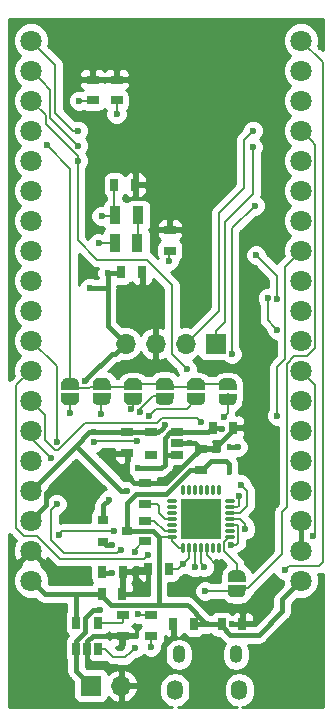
<source format=gbl>
G04 #@! TF.GenerationSoftware,KiCad,Pcbnew,5.0.0-rc1-44a33f2~62~ubuntu16.04.1*
G04 #@! TF.CreationDate,2018-04-24T12:49:53+03:00*
G04 #@! TF.ProjectId,nrf52board,6E72663532626F6172642E6B69636164,rev?*
G04 #@! TF.SameCoordinates,Original*
G04 #@! TF.FileFunction,Copper,L2,Bot,Signal*
G04 #@! TF.FilePolarity,Positive*
%FSLAX46Y46*%
G04 Gerber Fmt 4.6, Leading zero omitted, Abs format (unit mm)*
G04 Created by KiCad (PCBNEW 5.0.0-rc1-44a33f2~62~ubuntu16.04.1) date Tue Apr 24 12:49:53 2018*
%MOMM*%
%LPD*%
G01*
G04 APERTURE LIST*
%ADD10R,0.650000X1.060000*%
%ADD11C,1.800000*%
%ADD12C,0.100000*%
%ADD13C,1.000000*%
%ADD14R,1.500000X0.500000*%
%ADD15R,0.970000X1.500000*%
%ADD16R,0.670000X1.000000*%
%ADD17R,1.000000X0.670000*%
%ADD18R,1.700000X1.700000*%
%ADD19O,1.700000X1.700000*%
%ADD20O,1.100000X1.500000*%
%ADD21O,1.350000X1.700000*%
%ADD22R,0.900000X0.800000*%
%ADD23R,1.060000X0.650000*%
%ADD24O,0.300000X0.850000*%
%ADD25O,0.850000X0.300000*%
%ADD26R,3.350000X3.350000*%
%ADD27R,0.450000X0.600000*%
%ADD28C,0.600000*%
%ADD29C,0.400000*%
%ADD30C,0.200000*%
%ADD31C,0.254000*%
G04 APERTURE END LIST*
D10*
X65230000Y-106086000D03*
X64280000Y-106086000D03*
X63330000Y-106086000D03*
X63330000Y-103886000D03*
X65230000Y-103886000D03*
D11*
X82380000Y-54610000D03*
X82380000Y-57150000D03*
X59520000Y-54610000D03*
X59520000Y-57150000D03*
X59520000Y-59690000D03*
X59520000Y-62230000D03*
X59520000Y-64770000D03*
X59520000Y-67310000D03*
X59520000Y-69850000D03*
X59520000Y-72390000D03*
X59520000Y-74930000D03*
X59520000Y-77470000D03*
X59520000Y-80010000D03*
X59520000Y-82550000D03*
X59520000Y-85090000D03*
X59520000Y-87630000D03*
X59520000Y-90170000D03*
X59520000Y-92710000D03*
X59520000Y-95250000D03*
X59520000Y-97790000D03*
X59520000Y-100330000D03*
X82380000Y-100330000D03*
X82380000Y-97790000D03*
X82380000Y-95250000D03*
X82380000Y-92710000D03*
X82380000Y-90170000D03*
X82380000Y-87630000D03*
X82380000Y-85090000D03*
X82380000Y-82550000D03*
X82380000Y-80010000D03*
X82380000Y-77470000D03*
X82380000Y-74930000D03*
X82380000Y-72390000D03*
X82380000Y-69850000D03*
X82380000Y-67310000D03*
X82380000Y-64770000D03*
X82380000Y-62230000D03*
X82380000Y-59690000D03*
D12*
G36*
X63121009Y-83180407D02*
X63169545Y-83187606D01*
X63217142Y-83199529D01*
X63263342Y-83216059D01*
X63307698Y-83237038D01*
X63349785Y-83262264D01*
X63389197Y-83291494D01*
X63425553Y-83324446D01*
X63458505Y-83360802D01*
X63487735Y-83400214D01*
X63512961Y-83442301D01*
X63533940Y-83486657D01*
X63550470Y-83532857D01*
X63562393Y-83580454D01*
X63569592Y-83628990D01*
X63572000Y-83677999D01*
X63572000Y-83678001D01*
X63569592Y-83727010D01*
X63562393Y-83775546D01*
X63550470Y-83823143D01*
X63533940Y-83869343D01*
X63512961Y-83913699D01*
X63487735Y-83955786D01*
X63458505Y-83995198D01*
X63425553Y-84031554D01*
X63389197Y-84064506D01*
X63349785Y-84093736D01*
X63307698Y-84118962D01*
X63263342Y-84139941D01*
X63217142Y-84156471D01*
X63169545Y-84168394D01*
X63121009Y-84175593D01*
X63072000Y-84178001D01*
X62572000Y-84178001D01*
X62522991Y-84175593D01*
X62474455Y-84168394D01*
X62426858Y-84156471D01*
X62380658Y-84139941D01*
X62336302Y-84118962D01*
X62294215Y-84093736D01*
X62254803Y-84064506D01*
X62218447Y-84031554D01*
X62185495Y-83995198D01*
X62156265Y-83955786D01*
X62131039Y-83913699D01*
X62110060Y-83869343D01*
X62093530Y-83823143D01*
X62081607Y-83775546D01*
X62074408Y-83727010D01*
X62072000Y-83678001D01*
X62072000Y-83677999D01*
X62074408Y-83628990D01*
X62081607Y-83580454D01*
X62093530Y-83532857D01*
X62110060Y-83486657D01*
X62131039Y-83442301D01*
X62156265Y-83400214D01*
X62185495Y-83360802D01*
X62218447Y-83324446D01*
X62254803Y-83291494D01*
X62294215Y-83262264D01*
X62336302Y-83237038D01*
X62380658Y-83216059D01*
X62426858Y-83199529D01*
X62474455Y-83187606D01*
X62522991Y-83180407D01*
X62572000Y-83177999D01*
X63072000Y-83177999D01*
X63121009Y-83180407D01*
X63121009Y-83180407D01*
G37*
D13*
X62822000Y-83678000D03*
D12*
G36*
X63121009Y-84480407D02*
X63169545Y-84487606D01*
X63217142Y-84499529D01*
X63263342Y-84516059D01*
X63307698Y-84537038D01*
X63349785Y-84562264D01*
X63389197Y-84591494D01*
X63425553Y-84624446D01*
X63458505Y-84660802D01*
X63487735Y-84700214D01*
X63512961Y-84742301D01*
X63533940Y-84786657D01*
X63550470Y-84832857D01*
X63562393Y-84880454D01*
X63569592Y-84928990D01*
X63572000Y-84977999D01*
X63572000Y-84978001D01*
X63569592Y-85027010D01*
X63562393Y-85075546D01*
X63550470Y-85123143D01*
X63533940Y-85169343D01*
X63512961Y-85213699D01*
X63487735Y-85255786D01*
X63458505Y-85295198D01*
X63425553Y-85331554D01*
X63389197Y-85364506D01*
X63349785Y-85393736D01*
X63307698Y-85418962D01*
X63263342Y-85439941D01*
X63217142Y-85456471D01*
X63169545Y-85468394D01*
X63121009Y-85475593D01*
X63072000Y-85478001D01*
X62572000Y-85478001D01*
X62522991Y-85475593D01*
X62474455Y-85468394D01*
X62426858Y-85456471D01*
X62380658Y-85439941D01*
X62336302Y-85418962D01*
X62294215Y-85393736D01*
X62254803Y-85364506D01*
X62218447Y-85331554D01*
X62185495Y-85295198D01*
X62156265Y-85255786D01*
X62131039Y-85213699D01*
X62110060Y-85169343D01*
X62093530Y-85123143D01*
X62081607Y-85075546D01*
X62074408Y-85027010D01*
X62072000Y-84978001D01*
X62072000Y-84977999D01*
X62074408Y-84928990D01*
X62081607Y-84880454D01*
X62093530Y-84832857D01*
X62110060Y-84786657D01*
X62131039Y-84742301D01*
X62156265Y-84700214D01*
X62185495Y-84660802D01*
X62218447Y-84624446D01*
X62254803Y-84591494D01*
X62294215Y-84562264D01*
X62336302Y-84537038D01*
X62380658Y-84516059D01*
X62426858Y-84499529D01*
X62474455Y-84487606D01*
X62522991Y-84480407D01*
X62572000Y-84477999D01*
X63072000Y-84477999D01*
X63121009Y-84480407D01*
X63121009Y-84480407D01*
G37*
D13*
X62822000Y-84978000D03*
D14*
X62822000Y-84728000D03*
X62822000Y-83928000D03*
D15*
X68526800Y-71755000D03*
X66616800Y-71755000D03*
X66657400Y-69418200D03*
X68567400Y-69418200D03*
D16*
X68918000Y-74244200D03*
X67168000Y-74244200D03*
D17*
X64727000Y-59662000D03*
X64727000Y-57912000D03*
X66759000Y-57926000D03*
X66759000Y-59676000D03*
D16*
X66581200Y-66827400D03*
X68331200Y-66827400D03*
D17*
X71280200Y-70640000D03*
X71280200Y-72390000D03*
D16*
X67253000Y-101473000D03*
X65503000Y-101473000D03*
X65517000Y-99568000D03*
X67267000Y-99568000D03*
X74887000Y-87376000D03*
X76637000Y-87376000D03*
X75649000Y-104038400D03*
X77399000Y-104038400D03*
X71573600Y-104013000D03*
X73323600Y-104013000D03*
X71176000Y-99364800D03*
X69426000Y-99364800D03*
D17*
X67648000Y-87785000D03*
X67648000Y-89535000D03*
D18*
X75141000Y-80264000D03*
D19*
X72601000Y-80264000D03*
X70061000Y-80264000D03*
X67521000Y-80264000D03*
D20*
X72015000Y-106585000D03*
X76855000Y-106585000D03*
D21*
X71705000Y-109585000D03*
X77165000Y-109585000D03*
D18*
X64600000Y-109220000D03*
D19*
X67140000Y-109220000D03*
D14*
X76157000Y-83947000D03*
X76157000Y-84747000D03*
D12*
G36*
X76456009Y-84499407D02*
X76504545Y-84506606D01*
X76552142Y-84518529D01*
X76598342Y-84535059D01*
X76642698Y-84556038D01*
X76684785Y-84581264D01*
X76724197Y-84610494D01*
X76760553Y-84643446D01*
X76793505Y-84679802D01*
X76822735Y-84719214D01*
X76847961Y-84761301D01*
X76868940Y-84805657D01*
X76885470Y-84851857D01*
X76897393Y-84899454D01*
X76904592Y-84947990D01*
X76907000Y-84996999D01*
X76907000Y-84997001D01*
X76904592Y-85046010D01*
X76897393Y-85094546D01*
X76885470Y-85142143D01*
X76868940Y-85188343D01*
X76847961Y-85232699D01*
X76822735Y-85274786D01*
X76793505Y-85314198D01*
X76760553Y-85350554D01*
X76724197Y-85383506D01*
X76684785Y-85412736D01*
X76642698Y-85437962D01*
X76598342Y-85458941D01*
X76552142Y-85475471D01*
X76504545Y-85487394D01*
X76456009Y-85494593D01*
X76407000Y-85497001D01*
X75907000Y-85497001D01*
X75857991Y-85494593D01*
X75809455Y-85487394D01*
X75761858Y-85475471D01*
X75715658Y-85458941D01*
X75671302Y-85437962D01*
X75629215Y-85412736D01*
X75589803Y-85383506D01*
X75553447Y-85350554D01*
X75520495Y-85314198D01*
X75491265Y-85274786D01*
X75466039Y-85232699D01*
X75445060Y-85188343D01*
X75428530Y-85142143D01*
X75416607Y-85094546D01*
X75409408Y-85046010D01*
X75407000Y-84997001D01*
X75407000Y-84996999D01*
X75409408Y-84947990D01*
X75416607Y-84899454D01*
X75428530Y-84851857D01*
X75445060Y-84805657D01*
X75466039Y-84761301D01*
X75491265Y-84719214D01*
X75520495Y-84679802D01*
X75553447Y-84643446D01*
X75589803Y-84610494D01*
X75629215Y-84581264D01*
X75671302Y-84556038D01*
X75715658Y-84535059D01*
X75761858Y-84518529D01*
X75809455Y-84506606D01*
X75857991Y-84499407D01*
X75907000Y-84496999D01*
X76407000Y-84496999D01*
X76456009Y-84499407D01*
X76456009Y-84499407D01*
G37*
D13*
X76157000Y-84997000D03*
D12*
G36*
X76456009Y-83199407D02*
X76504545Y-83206606D01*
X76552142Y-83218529D01*
X76598342Y-83235059D01*
X76642698Y-83256038D01*
X76684785Y-83281264D01*
X76724197Y-83310494D01*
X76760553Y-83343446D01*
X76793505Y-83379802D01*
X76822735Y-83419214D01*
X76847961Y-83461301D01*
X76868940Y-83505657D01*
X76885470Y-83551857D01*
X76897393Y-83599454D01*
X76904592Y-83647990D01*
X76907000Y-83696999D01*
X76907000Y-83697001D01*
X76904592Y-83746010D01*
X76897393Y-83794546D01*
X76885470Y-83842143D01*
X76868940Y-83888343D01*
X76847961Y-83932699D01*
X76822735Y-83974786D01*
X76793505Y-84014198D01*
X76760553Y-84050554D01*
X76724197Y-84083506D01*
X76684785Y-84112736D01*
X76642698Y-84137962D01*
X76598342Y-84158941D01*
X76552142Y-84175471D01*
X76504545Y-84187394D01*
X76456009Y-84194593D01*
X76407000Y-84197001D01*
X75907000Y-84197001D01*
X75857991Y-84194593D01*
X75809455Y-84187394D01*
X75761858Y-84175471D01*
X75715658Y-84158941D01*
X75671302Y-84137962D01*
X75629215Y-84112736D01*
X75589803Y-84083506D01*
X75553447Y-84050554D01*
X75520495Y-84014198D01*
X75491265Y-83974786D01*
X75466039Y-83932699D01*
X75445060Y-83888343D01*
X75428530Y-83842143D01*
X75416607Y-83794546D01*
X75409408Y-83746010D01*
X75407000Y-83697001D01*
X75407000Y-83696999D01*
X75409408Y-83647990D01*
X75416607Y-83599454D01*
X75428530Y-83551857D01*
X75445060Y-83505657D01*
X75466039Y-83461301D01*
X75491265Y-83419214D01*
X75520495Y-83379802D01*
X75553447Y-83343446D01*
X75589803Y-83310494D01*
X75629215Y-83281264D01*
X75671302Y-83256038D01*
X75715658Y-83235059D01*
X75761858Y-83218529D01*
X75809455Y-83206606D01*
X75857991Y-83199407D01*
X75907000Y-83196999D01*
X76407000Y-83196999D01*
X76456009Y-83199407D01*
X76456009Y-83199407D01*
G37*
D13*
X76157000Y-83697000D03*
D12*
G36*
X65788009Y-83180407D02*
X65836545Y-83187606D01*
X65884142Y-83199529D01*
X65930342Y-83216059D01*
X65974698Y-83237038D01*
X66016785Y-83262264D01*
X66056197Y-83291494D01*
X66092553Y-83324446D01*
X66125505Y-83360802D01*
X66154735Y-83400214D01*
X66179961Y-83442301D01*
X66200940Y-83486657D01*
X66217470Y-83532857D01*
X66229393Y-83580454D01*
X66236592Y-83628990D01*
X66239000Y-83677999D01*
X66239000Y-83678001D01*
X66236592Y-83727010D01*
X66229393Y-83775546D01*
X66217470Y-83823143D01*
X66200940Y-83869343D01*
X66179961Y-83913699D01*
X66154735Y-83955786D01*
X66125505Y-83995198D01*
X66092553Y-84031554D01*
X66056197Y-84064506D01*
X66016785Y-84093736D01*
X65974698Y-84118962D01*
X65930342Y-84139941D01*
X65884142Y-84156471D01*
X65836545Y-84168394D01*
X65788009Y-84175593D01*
X65739000Y-84178001D01*
X65239000Y-84178001D01*
X65189991Y-84175593D01*
X65141455Y-84168394D01*
X65093858Y-84156471D01*
X65047658Y-84139941D01*
X65003302Y-84118962D01*
X64961215Y-84093736D01*
X64921803Y-84064506D01*
X64885447Y-84031554D01*
X64852495Y-83995198D01*
X64823265Y-83955786D01*
X64798039Y-83913699D01*
X64777060Y-83869343D01*
X64760530Y-83823143D01*
X64748607Y-83775546D01*
X64741408Y-83727010D01*
X64739000Y-83678001D01*
X64739000Y-83677999D01*
X64741408Y-83628990D01*
X64748607Y-83580454D01*
X64760530Y-83532857D01*
X64777060Y-83486657D01*
X64798039Y-83442301D01*
X64823265Y-83400214D01*
X64852495Y-83360802D01*
X64885447Y-83324446D01*
X64921803Y-83291494D01*
X64961215Y-83262264D01*
X65003302Y-83237038D01*
X65047658Y-83216059D01*
X65093858Y-83199529D01*
X65141455Y-83187606D01*
X65189991Y-83180407D01*
X65239000Y-83177999D01*
X65739000Y-83177999D01*
X65788009Y-83180407D01*
X65788009Y-83180407D01*
G37*
D13*
X65489000Y-83678000D03*
D12*
G36*
X65788009Y-84480407D02*
X65836545Y-84487606D01*
X65884142Y-84499529D01*
X65930342Y-84516059D01*
X65974698Y-84537038D01*
X66016785Y-84562264D01*
X66056197Y-84591494D01*
X66092553Y-84624446D01*
X66125505Y-84660802D01*
X66154735Y-84700214D01*
X66179961Y-84742301D01*
X66200940Y-84786657D01*
X66217470Y-84832857D01*
X66229393Y-84880454D01*
X66236592Y-84928990D01*
X66239000Y-84977999D01*
X66239000Y-84978001D01*
X66236592Y-85027010D01*
X66229393Y-85075546D01*
X66217470Y-85123143D01*
X66200940Y-85169343D01*
X66179961Y-85213699D01*
X66154735Y-85255786D01*
X66125505Y-85295198D01*
X66092553Y-85331554D01*
X66056197Y-85364506D01*
X66016785Y-85393736D01*
X65974698Y-85418962D01*
X65930342Y-85439941D01*
X65884142Y-85456471D01*
X65836545Y-85468394D01*
X65788009Y-85475593D01*
X65739000Y-85478001D01*
X65239000Y-85478001D01*
X65189991Y-85475593D01*
X65141455Y-85468394D01*
X65093858Y-85456471D01*
X65047658Y-85439941D01*
X65003302Y-85418962D01*
X64961215Y-85393736D01*
X64921803Y-85364506D01*
X64885447Y-85331554D01*
X64852495Y-85295198D01*
X64823265Y-85255786D01*
X64798039Y-85213699D01*
X64777060Y-85169343D01*
X64760530Y-85123143D01*
X64748607Y-85075546D01*
X64741408Y-85027010D01*
X64739000Y-84978001D01*
X64739000Y-84977999D01*
X64741408Y-84928990D01*
X64748607Y-84880454D01*
X64760530Y-84832857D01*
X64777060Y-84786657D01*
X64798039Y-84742301D01*
X64823265Y-84700214D01*
X64852495Y-84660802D01*
X64885447Y-84624446D01*
X64921803Y-84591494D01*
X64961215Y-84562264D01*
X65003302Y-84537038D01*
X65047658Y-84516059D01*
X65093858Y-84499529D01*
X65141455Y-84487606D01*
X65189991Y-84480407D01*
X65239000Y-84477999D01*
X65739000Y-84477999D01*
X65788009Y-84480407D01*
X65788009Y-84480407D01*
G37*
D13*
X65489000Y-84978000D03*
D14*
X65489000Y-84728000D03*
X65489000Y-83928000D03*
X73490000Y-83943000D03*
X73490000Y-84743000D03*
D12*
G36*
X73789009Y-84495407D02*
X73837545Y-84502606D01*
X73885142Y-84514529D01*
X73931342Y-84531059D01*
X73975698Y-84552038D01*
X74017785Y-84577264D01*
X74057197Y-84606494D01*
X74093553Y-84639446D01*
X74126505Y-84675802D01*
X74155735Y-84715214D01*
X74180961Y-84757301D01*
X74201940Y-84801657D01*
X74218470Y-84847857D01*
X74230393Y-84895454D01*
X74237592Y-84943990D01*
X74240000Y-84992999D01*
X74240000Y-84993001D01*
X74237592Y-85042010D01*
X74230393Y-85090546D01*
X74218470Y-85138143D01*
X74201940Y-85184343D01*
X74180961Y-85228699D01*
X74155735Y-85270786D01*
X74126505Y-85310198D01*
X74093553Y-85346554D01*
X74057197Y-85379506D01*
X74017785Y-85408736D01*
X73975698Y-85433962D01*
X73931342Y-85454941D01*
X73885142Y-85471471D01*
X73837545Y-85483394D01*
X73789009Y-85490593D01*
X73740000Y-85493001D01*
X73240000Y-85493001D01*
X73190991Y-85490593D01*
X73142455Y-85483394D01*
X73094858Y-85471471D01*
X73048658Y-85454941D01*
X73004302Y-85433962D01*
X72962215Y-85408736D01*
X72922803Y-85379506D01*
X72886447Y-85346554D01*
X72853495Y-85310198D01*
X72824265Y-85270786D01*
X72799039Y-85228699D01*
X72778060Y-85184343D01*
X72761530Y-85138143D01*
X72749607Y-85090546D01*
X72742408Y-85042010D01*
X72740000Y-84993001D01*
X72740000Y-84992999D01*
X72742408Y-84943990D01*
X72749607Y-84895454D01*
X72761530Y-84847857D01*
X72778060Y-84801657D01*
X72799039Y-84757301D01*
X72824265Y-84715214D01*
X72853495Y-84675802D01*
X72886447Y-84639446D01*
X72922803Y-84606494D01*
X72962215Y-84577264D01*
X73004302Y-84552038D01*
X73048658Y-84531059D01*
X73094858Y-84514529D01*
X73142455Y-84502606D01*
X73190991Y-84495407D01*
X73240000Y-84492999D01*
X73740000Y-84492999D01*
X73789009Y-84495407D01*
X73789009Y-84495407D01*
G37*
D13*
X73490000Y-84993000D03*
D12*
G36*
X73789009Y-83195407D02*
X73837545Y-83202606D01*
X73885142Y-83214529D01*
X73931342Y-83231059D01*
X73975698Y-83252038D01*
X74017785Y-83277264D01*
X74057197Y-83306494D01*
X74093553Y-83339446D01*
X74126505Y-83375802D01*
X74155735Y-83415214D01*
X74180961Y-83457301D01*
X74201940Y-83501657D01*
X74218470Y-83547857D01*
X74230393Y-83595454D01*
X74237592Y-83643990D01*
X74240000Y-83692999D01*
X74240000Y-83693001D01*
X74237592Y-83742010D01*
X74230393Y-83790546D01*
X74218470Y-83838143D01*
X74201940Y-83884343D01*
X74180961Y-83928699D01*
X74155735Y-83970786D01*
X74126505Y-84010198D01*
X74093553Y-84046554D01*
X74057197Y-84079506D01*
X74017785Y-84108736D01*
X73975698Y-84133962D01*
X73931342Y-84154941D01*
X73885142Y-84171471D01*
X73837545Y-84183394D01*
X73789009Y-84190593D01*
X73740000Y-84193001D01*
X73240000Y-84193001D01*
X73190991Y-84190593D01*
X73142455Y-84183394D01*
X73094858Y-84171471D01*
X73048658Y-84154941D01*
X73004302Y-84133962D01*
X72962215Y-84108736D01*
X72922803Y-84079506D01*
X72886447Y-84046554D01*
X72853495Y-84010198D01*
X72824265Y-83970786D01*
X72799039Y-83928699D01*
X72778060Y-83884343D01*
X72761530Y-83838143D01*
X72749607Y-83790546D01*
X72742408Y-83742010D01*
X72740000Y-83693001D01*
X72740000Y-83692999D01*
X72742408Y-83643990D01*
X72749607Y-83595454D01*
X72761530Y-83547857D01*
X72778060Y-83501657D01*
X72799039Y-83457301D01*
X72824265Y-83415214D01*
X72853495Y-83375802D01*
X72886447Y-83339446D01*
X72922803Y-83306494D01*
X72962215Y-83277264D01*
X73004302Y-83252038D01*
X73048658Y-83231059D01*
X73094858Y-83214529D01*
X73142455Y-83202606D01*
X73190991Y-83195407D01*
X73240000Y-83192999D01*
X73740000Y-83192999D01*
X73789009Y-83195407D01*
X73789009Y-83195407D01*
G37*
D13*
X73490000Y-83693000D03*
D12*
G36*
X71122009Y-83180407D02*
X71170545Y-83187606D01*
X71218142Y-83199529D01*
X71264342Y-83216059D01*
X71308698Y-83237038D01*
X71350785Y-83262264D01*
X71390197Y-83291494D01*
X71426553Y-83324446D01*
X71459505Y-83360802D01*
X71488735Y-83400214D01*
X71513961Y-83442301D01*
X71534940Y-83486657D01*
X71551470Y-83532857D01*
X71563393Y-83580454D01*
X71570592Y-83628990D01*
X71573000Y-83677999D01*
X71573000Y-83678001D01*
X71570592Y-83727010D01*
X71563393Y-83775546D01*
X71551470Y-83823143D01*
X71534940Y-83869343D01*
X71513961Y-83913699D01*
X71488735Y-83955786D01*
X71459505Y-83995198D01*
X71426553Y-84031554D01*
X71390197Y-84064506D01*
X71350785Y-84093736D01*
X71308698Y-84118962D01*
X71264342Y-84139941D01*
X71218142Y-84156471D01*
X71170545Y-84168394D01*
X71122009Y-84175593D01*
X71073000Y-84178001D01*
X70573000Y-84178001D01*
X70523991Y-84175593D01*
X70475455Y-84168394D01*
X70427858Y-84156471D01*
X70381658Y-84139941D01*
X70337302Y-84118962D01*
X70295215Y-84093736D01*
X70255803Y-84064506D01*
X70219447Y-84031554D01*
X70186495Y-83995198D01*
X70157265Y-83955786D01*
X70132039Y-83913699D01*
X70111060Y-83869343D01*
X70094530Y-83823143D01*
X70082607Y-83775546D01*
X70075408Y-83727010D01*
X70073000Y-83678001D01*
X70073000Y-83677999D01*
X70075408Y-83628990D01*
X70082607Y-83580454D01*
X70094530Y-83532857D01*
X70111060Y-83486657D01*
X70132039Y-83442301D01*
X70157265Y-83400214D01*
X70186495Y-83360802D01*
X70219447Y-83324446D01*
X70255803Y-83291494D01*
X70295215Y-83262264D01*
X70337302Y-83237038D01*
X70381658Y-83216059D01*
X70427858Y-83199529D01*
X70475455Y-83187606D01*
X70523991Y-83180407D01*
X70573000Y-83177999D01*
X71073000Y-83177999D01*
X71122009Y-83180407D01*
X71122009Y-83180407D01*
G37*
D13*
X70823000Y-83678000D03*
D12*
G36*
X71122009Y-84480407D02*
X71170545Y-84487606D01*
X71218142Y-84499529D01*
X71264342Y-84516059D01*
X71308698Y-84537038D01*
X71350785Y-84562264D01*
X71390197Y-84591494D01*
X71426553Y-84624446D01*
X71459505Y-84660802D01*
X71488735Y-84700214D01*
X71513961Y-84742301D01*
X71534940Y-84786657D01*
X71551470Y-84832857D01*
X71563393Y-84880454D01*
X71570592Y-84928990D01*
X71573000Y-84977999D01*
X71573000Y-84978001D01*
X71570592Y-85027010D01*
X71563393Y-85075546D01*
X71551470Y-85123143D01*
X71534940Y-85169343D01*
X71513961Y-85213699D01*
X71488735Y-85255786D01*
X71459505Y-85295198D01*
X71426553Y-85331554D01*
X71390197Y-85364506D01*
X71350785Y-85393736D01*
X71308698Y-85418962D01*
X71264342Y-85439941D01*
X71218142Y-85456471D01*
X71170545Y-85468394D01*
X71122009Y-85475593D01*
X71073000Y-85478001D01*
X70573000Y-85478001D01*
X70523991Y-85475593D01*
X70475455Y-85468394D01*
X70427858Y-85456471D01*
X70381658Y-85439941D01*
X70337302Y-85418962D01*
X70295215Y-85393736D01*
X70255803Y-85364506D01*
X70219447Y-85331554D01*
X70186495Y-85295198D01*
X70157265Y-85255786D01*
X70132039Y-85213699D01*
X70111060Y-85169343D01*
X70094530Y-85123143D01*
X70082607Y-85075546D01*
X70075408Y-85027010D01*
X70073000Y-84978001D01*
X70073000Y-84977999D01*
X70075408Y-84928990D01*
X70082607Y-84880454D01*
X70094530Y-84832857D01*
X70111060Y-84786657D01*
X70132039Y-84742301D01*
X70157265Y-84700214D01*
X70186495Y-84660802D01*
X70219447Y-84624446D01*
X70255803Y-84591494D01*
X70295215Y-84562264D01*
X70337302Y-84537038D01*
X70381658Y-84516059D01*
X70427858Y-84499529D01*
X70475455Y-84487606D01*
X70523991Y-84480407D01*
X70573000Y-84477999D01*
X71073000Y-84477999D01*
X71122009Y-84480407D01*
X71122009Y-84480407D01*
G37*
D13*
X70823000Y-84978000D03*
D14*
X70823000Y-84728000D03*
X70823000Y-83928000D03*
X68156000Y-83943000D03*
X68156000Y-84743000D03*
D12*
G36*
X68455009Y-84495407D02*
X68503545Y-84502606D01*
X68551142Y-84514529D01*
X68597342Y-84531059D01*
X68641698Y-84552038D01*
X68683785Y-84577264D01*
X68723197Y-84606494D01*
X68759553Y-84639446D01*
X68792505Y-84675802D01*
X68821735Y-84715214D01*
X68846961Y-84757301D01*
X68867940Y-84801657D01*
X68884470Y-84847857D01*
X68896393Y-84895454D01*
X68903592Y-84943990D01*
X68906000Y-84992999D01*
X68906000Y-84993001D01*
X68903592Y-85042010D01*
X68896393Y-85090546D01*
X68884470Y-85138143D01*
X68867940Y-85184343D01*
X68846961Y-85228699D01*
X68821735Y-85270786D01*
X68792505Y-85310198D01*
X68759553Y-85346554D01*
X68723197Y-85379506D01*
X68683785Y-85408736D01*
X68641698Y-85433962D01*
X68597342Y-85454941D01*
X68551142Y-85471471D01*
X68503545Y-85483394D01*
X68455009Y-85490593D01*
X68406000Y-85493001D01*
X67906000Y-85493001D01*
X67856991Y-85490593D01*
X67808455Y-85483394D01*
X67760858Y-85471471D01*
X67714658Y-85454941D01*
X67670302Y-85433962D01*
X67628215Y-85408736D01*
X67588803Y-85379506D01*
X67552447Y-85346554D01*
X67519495Y-85310198D01*
X67490265Y-85270786D01*
X67465039Y-85228699D01*
X67444060Y-85184343D01*
X67427530Y-85138143D01*
X67415607Y-85090546D01*
X67408408Y-85042010D01*
X67406000Y-84993001D01*
X67406000Y-84992999D01*
X67408408Y-84943990D01*
X67415607Y-84895454D01*
X67427530Y-84847857D01*
X67444060Y-84801657D01*
X67465039Y-84757301D01*
X67490265Y-84715214D01*
X67519495Y-84675802D01*
X67552447Y-84639446D01*
X67588803Y-84606494D01*
X67628215Y-84577264D01*
X67670302Y-84552038D01*
X67714658Y-84531059D01*
X67760858Y-84514529D01*
X67808455Y-84502606D01*
X67856991Y-84495407D01*
X67906000Y-84492999D01*
X68406000Y-84492999D01*
X68455009Y-84495407D01*
X68455009Y-84495407D01*
G37*
D13*
X68156000Y-84993000D03*
D12*
G36*
X68455009Y-83195407D02*
X68503545Y-83202606D01*
X68551142Y-83214529D01*
X68597342Y-83231059D01*
X68641698Y-83252038D01*
X68683785Y-83277264D01*
X68723197Y-83306494D01*
X68759553Y-83339446D01*
X68792505Y-83375802D01*
X68821735Y-83415214D01*
X68846961Y-83457301D01*
X68867940Y-83501657D01*
X68884470Y-83547857D01*
X68896393Y-83595454D01*
X68903592Y-83643990D01*
X68906000Y-83692999D01*
X68906000Y-83693001D01*
X68903592Y-83742010D01*
X68896393Y-83790546D01*
X68884470Y-83838143D01*
X68867940Y-83884343D01*
X68846961Y-83928699D01*
X68821735Y-83970786D01*
X68792505Y-84010198D01*
X68759553Y-84046554D01*
X68723197Y-84079506D01*
X68683785Y-84108736D01*
X68641698Y-84133962D01*
X68597342Y-84154941D01*
X68551142Y-84171471D01*
X68503545Y-84183394D01*
X68455009Y-84190593D01*
X68406000Y-84193001D01*
X67906000Y-84193001D01*
X67856991Y-84190593D01*
X67808455Y-84183394D01*
X67760858Y-84171471D01*
X67714658Y-84154941D01*
X67670302Y-84133962D01*
X67628215Y-84108736D01*
X67588803Y-84079506D01*
X67552447Y-84046554D01*
X67519495Y-84010198D01*
X67490265Y-83970786D01*
X67465039Y-83928699D01*
X67444060Y-83884343D01*
X67427530Y-83838143D01*
X67415607Y-83790546D01*
X67408408Y-83742010D01*
X67406000Y-83693001D01*
X67406000Y-83692999D01*
X67408408Y-83643990D01*
X67415607Y-83595454D01*
X67427530Y-83547857D01*
X67444060Y-83501657D01*
X67465039Y-83457301D01*
X67490265Y-83415214D01*
X67519495Y-83375802D01*
X67552447Y-83339446D01*
X67588803Y-83306494D01*
X67628215Y-83277264D01*
X67670302Y-83252038D01*
X67714658Y-83231059D01*
X67760858Y-83214529D01*
X67808455Y-83202606D01*
X67856991Y-83195407D01*
X67906000Y-83192999D01*
X68406000Y-83192999D01*
X68455009Y-83195407D01*
X68455009Y-83195407D01*
G37*
D13*
X68156000Y-83693000D03*
D12*
G36*
X77218009Y-100751407D02*
X77266545Y-100758606D01*
X77314142Y-100770529D01*
X77360342Y-100787059D01*
X77404698Y-100808038D01*
X77446785Y-100833264D01*
X77486197Y-100862494D01*
X77522553Y-100895446D01*
X77555505Y-100931802D01*
X77584735Y-100971214D01*
X77609961Y-101013301D01*
X77630940Y-101057657D01*
X77647470Y-101103857D01*
X77659393Y-101151454D01*
X77666592Y-101199990D01*
X77669000Y-101248999D01*
X77669000Y-101249001D01*
X77666592Y-101298010D01*
X77659393Y-101346546D01*
X77647470Y-101394143D01*
X77630940Y-101440343D01*
X77609961Y-101484699D01*
X77584735Y-101526786D01*
X77555505Y-101566198D01*
X77522553Y-101602554D01*
X77486197Y-101635506D01*
X77446785Y-101664736D01*
X77404698Y-101689962D01*
X77360342Y-101710941D01*
X77314142Y-101727471D01*
X77266545Y-101739394D01*
X77218009Y-101746593D01*
X77169000Y-101749001D01*
X76669000Y-101749001D01*
X76619991Y-101746593D01*
X76571455Y-101739394D01*
X76523858Y-101727471D01*
X76477658Y-101710941D01*
X76433302Y-101689962D01*
X76391215Y-101664736D01*
X76351803Y-101635506D01*
X76315447Y-101602554D01*
X76282495Y-101566198D01*
X76253265Y-101526786D01*
X76228039Y-101484699D01*
X76207060Y-101440343D01*
X76190530Y-101394143D01*
X76178607Y-101346546D01*
X76171408Y-101298010D01*
X76169000Y-101249001D01*
X76169000Y-101248999D01*
X76171408Y-101199990D01*
X76178607Y-101151454D01*
X76190530Y-101103857D01*
X76207060Y-101057657D01*
X76228039Y-101013301D01*
X76253265Y-100971214D01*
X76282495Y-100931802D01*
X76315447Y-100895446D01*
X76351803Y-100862494D01*
X76391215Y-100833264D01*
X76433302Y-100808038D01*
X76477658Y-100787059D01*
X76523858Y-100770529D01*
X76571455Y-100758606D01*
X76619991Y-100751407D01*
X76669000Y-100748999D01*
X77169000Y-100748999D01*
X77218009Y-100751407D01*
X77218009Y-100751407D01*
G37*
D13*
X76919000Y-101249000D03*
D12*
G36*
X77218009Y-99451407D02*
X77266545Y-99458606D01*
X77314142Y-99470529D01*
X77360342Y-99487059D01*
X77404698Y-99508038D01*
X77446785Y-99533264D01*
X77486197Y-99562494D01*
X77522553Y-99595446D01*
X77555505Y-99631802D01*
X77584735Y-99671214D01*
X77609961Y-99713301D01*
X77630940Y-99757657D01*
X77647470Y-99803857D01*
X77659393Y-99851454D01*
X77666592Y-99899990D01*
X77669000Y-99948999D01*
X77669000Y-99949001D01*
X77666592Y-99998010D01*
X77659393Y-100046546D01*
X77647470Y-100094143D01*
X77630940Y-100140343D01*
X77609961Y-100184699D01*
X77584735Y-100226786D01*
X77555505Y-100266198D01*
X77522553Y-100302554D01*
X77486197Y-100335506D01*
X77446785Y-100364736D01*
X77404698Y-100389962D01*
X77360342Y-100410941D01*
X77314142Y-100427471D01*
X77266545Y-100439394D01*
X77218009Y-100446593D01*
X77169000Y-100449001D01*
X76669000Y-100449001D01*
X76619991Y-100446593D01*
X76571455Y-100439394D01*
X76523858Y-100427471D01*
X76477658Y-100410941D01*
X76433302Y-100389962D01*
X76391215Y-100364736D01*
X76351803Y-100335506D01*
X76315447Y-100302554D01*
X76282495Y-100266198D01*
X76253265Y-100226786D01*
X76228039Y-100184699D01*
X76207060Y-100140343D01*
X76190530Y-100094143D01*
X76178607Y-100046546D01*
X76171408Y-99998010D01*
X76169000Y-99949001D01*
X76169000Y-99948999D01*
X76171408Y-99899990D01*
X76178607Y-99851454D01*
X76190530Y-99803857D01*
X76207060Y-99757657D01*
X76228039Y-99713301D01*
X76253265Y-99671214D01*
X76282495Y-99631802D01*
X76315447Y-99595446D01*
X76351803Y-99562494D01*
X76391215Y-99533264D01*
X76433302Y-99508038D01*
X76477658Y-99487059D01*
X76523858Y-99470529D01*
X76571455Y-99458606D01*
X76619991Y-99451407D01*
X76669000Y-99448999D01*
X77169000Y-99448999D01*
X77218009Y-99451407D01*
X77218009Y-99451407D01*
G37*
D13*
X76919000Y-99949000D03*
D14*
X76919000Y-100199000D03*
X76919000Y-100999000D03*
D22*
X65632000Y-97089000D03*
X65632000Y-95189000D03*
X67632000Y-96139000D03*
D17*
X67267000Y-103265000D03*
X67267000Y-105015000D03*
X69680000Y-103265000D03*
X69680000Y-105015000D03*
X73871000Y-90932000D03*
X73871000Y-89182000D03*
X69172000Y-97014000D03*
X69172000Y-95264000D03*
X69172000Y-93853000D03*
X69172000Y-92103000D03*
D23*
X69639000Y-87757000D03*
X69639000Y-89657000D03*
X71839000Y-89657000D03*
X71839000Y-88707000D03*
X71839000Y-87757000D03*
D24*
X75396400Y-97573000D03*
X74896400Y-97573000D03*
X74396400Y-97573000D03*
X73896400Y-97573000D03*
X73396400Y-97573000D03*
X72896400Y-97573000D03*
X72396400Y-97573000D03*
D25*
X71446400Y-96623000D03*
X71446400Y-96123000D03*
X71446400Y-95623000D03*
X71446400Y-95123000D03*
X71446400Y-94623000D03*
X71446400Y-94123000D03*
X71446400Y-93623000D03*
D24*
X72396400Y-92673000D03*
X72896400Y-92673000D03*
X73396400Y-92673000D03*
X73896400Y-92673000D03*
X74396400Y-92673000D03*
X74896400Y-92673000D03*
X75396400Y-92673000D03*
D25*
X76346400Y-93623000D03*
X76346400Y-94123000D03*
X76346400Y-94623000D03*
X76346400Y-95123000D03*
X76346400Y-95623000D03*
X76346400Y-96123000D03*
X76346400Y-96623000D03*
D26*
X73896400Y-95123000D03*
D27*
X76284000Y-89027000D03*
X76284000Y-91127000D03*
D28*
X77681000Y-98425000D03*
X72347000Y-67310000D03*
X74252000Y-65278000D03*
X70188000Y-63627000D03*
X74125000Y-61976000D03*
X71204000Y-59817000D03*
X75014000Y-57658000D03*
X70950000Y-55372000D03*
X67648000Y-65024000D03*
X69807000Y-66548000D03*
X70061000Y-68580000D03*
X69934000Y-70612000D03*
X69934000Y-72263000D03*
X64727000Y-74422000D03*
X68029000Y-75311000D03*
X70061000Y-75184000D03*
X72601000Y-75057000D03*
X74379000Y-75057000D03*
X74379000Y-73406000D03*
X74379000Y-71628000D03*
X74379000Y-69723000D03*
X74633000Y-68453000D03*
X76157000Y-66929000D03*
X76538000Y-65405000D03*
X76538000Y-63627000D03*
X77046000Y-61976000D03*
X77935000Y-60833000D03*
X78062000Y-58420000D03*
X78697000Y-57150000D03*
X78062000Y-54610000D03*
X84031000Y-55118000D03*
X84031000Y-52959000D03*
X80729000Y-53086000D03*
X78570000Y-53086000D03*
X76665000Y-53086000D03*
X74760000Y-53086000D03*
X66378000Y-53086000D03*
X72728000Y-53086000D03*
X70061000Y-53086000D03*
X68029000Y-53086000D03*
X64600000Y-53086000D03*
X62568000Y-53086000D03*
X60917000Y-53086000D03*
X59520000Y-52959000D03*
X57869000Y-54864000D03*
X57996000Y-53086000D03*
X63457000Y-57150000D03*
X63457000Y-58547000D03*
X63711000Y-54483000D03*
X63711000Y-55880000D03*
X64854000Y-56134000D03*
X66632000Y-56261000D03*
X68156000Y-56134000D03*
X68537000Y-58928000D03*
X68283000Y-60960000D03*
X65235000Y-62103000D03*
X64600000Y-65786000D03*
X64473000Y-68199000D03*
X65489000Y-70612000D03*
X63711000Y-74549000D03*
X72982000Y-88707000D03*
X82380000Y-107950000D03*
X82507000Y-106172000D03*
X80475000Y-109347000D03*
X82634000Y-102489000D03*
X76411000Y-102489000D03*
X74379000Y-102489000D03*
X77681000Y-87376000D03*
X61044000Y-98933000D03*
X57869000Y-97028000D03*
X63203000Y-90499998D03*
X65489000Y-89662000D03*
X75394994Y-99060000D03*
X69299000Y-101346000D03*
X71458000Y-101346000D03*
X79332000Y-102870000D03*
X80221000Y-105410000D03*
X79967000Y-107442000D03*
X79459000Y-110744000D03*
X69426000Y-110617000D03*
X69045000Y-107315000D03*
X66124000Y-105029000D03*
X61933000Y-104394000D03*
X60790000Y-102489000D03*
X62060000Y-110363000D03*
X58123000Y-102108000D03*
X59901000Y-106807000D03*
X67140000Y-106045000D03*
X76538000Y-104013000D03*
X69426000Y-109220000D03*
X65364000Y-107569000D03*
X64473000Y-75565000D03*
X67648000Y-92710000D03*
X70884362Y-87168004D03*
X64065342Y-83404010D03*
X64854000Y-87785000D03*
X65997000Y-74295000D03*
X63584000Y-59690000D03*
X66759000Y-60833000D03*
X65489000Y-69469000D03*
X71204000Y-73279000D03*
X78316000Y-63627000D03*
X78316000Y-62230000D03*
X65235000Y-71755000D03*
X61856048Y-96471774D03*
X66505000Y-96139000D03*
X63457000Y-62230000D03*
X60856335Y-63481789D03*
X63457000Y-63500000D03*
X72728000Y-82423000D03*
X63457000Y-64770000D03*
X64849479Y-88618873D03*
X77099989Y-93183166D03*
X61692722Y-88573178D03*
X68494873Y-88480112D03*
X69426000Y-98171000D03*
X77671420Y-95977343D03*
X77294010Y-92196274D03*
X73871000Y-86868000D03*
X61679000Y-93853000D03*
X76446421Y-97316990D03*
X61171000Y-89916000D03*
X67136488Y-97697990D03*
X74379000Y-104013000D03*
X83396000Y-96520000D03*
X80382990Y-79122885D03*
X79548752Y-76419048D03*
X80348000Y-76454000D03*
X78570000Y-72771000D03*
X80348000Y-86360000D03*
X76515968Y-81153000D03*
X78443000Y-68580000D03*
X74252000Y-101219000D03*
X80983000Y-99441000D03*
X65362000Y-102802989D03*
X66373556Y-97297979D03*
X66378000Y-99695000D03*
X75730518Y-87457518D03*
X77046000Y-89027000D03*
X68537000Y-90805000D03*
X66124000Y-93472000D03*
X68297333Y-97870989D03*
X72359800Y-98933000D03*
X69680000Y-105918000D03*
X73363000Y-99187000D03*
X74187266Y-99162737D03*
X75876918Y-86452010D03*
X62822000Y-86106000D03*
X65444130Y-86192395D03*
X69510740Y-86384988D03*
X68768512Y-86086466D03*
X68010866Y-85829576D03*
X68283000Y-106045000D03*
X68537000Y-103124000D03*
D29*
X72982000Y-88707000D02*
X73396000Y-88707000D01*
X71839000Y-88707000D02*
X72982000Y-88707000D01*
X82380000Y-95250000D02*
X82380000Y-97790000D01*
X73010000Y-90043000D02*
X73871000Y-89182000D01*
X69172000Y-92103000D02*
X70950000Y-92103000D01*
X70950000Y-92103000D02*
X73010000Y-90043000D01*
X74771000Y-89182000D02*
X73871000Y-89182000D01*
X76637000Y-87376000D02*
X76637000Y-87541000D01*
X76637000Y-87541000D02*
X74996000Y-89182000D01*
X74996000Y-89182000D02*
X74771000Y-89182000D01*
X77681000Y-87376000D02*
X77554000Y-87376000D01*
X73396000Y-88707000D02*
X73871000Y-89182000D01*
X69172000Y-92103000D02*
X68272000Y-92103000D01*
X67648000Y-90270000D02*
X67648000Y-89535000D01*
X68272000Y-92103000D02*
X67648000Y-91479000D01*
X67648000Y-91479000D02*
X67648000Y-90270000D01*
X59520000Y-95250000D02*
X60820001Y-93949999D01*
X62903001Y-90799997D02*
X63203000Y-90499998D01*
X60820001Y-93949999D02*
X60820001Y-92882997D01*
X60820001Y-92882997D02*
X62903001Y-90799997D01*
D30*
X74396400Y-97573000D02*
X74396400Y-98198000D01*
X74396400Y-98198000D02*
X75258400Y-99060000D01*
X75258400Y-99060000D02*
X75394994Y-99060000D01*
D29*
X67253000Y-101473000D02*
X69172000Y-101473000D01*
X69172000Y-101473000D02*
X69299000Y-101346000D01*
X67140000Y-106045000D02*
X67140000Y-105142000D01*
X67140000Y-105142000D02*
X67267000Y-105015000D01*
X67267000Y-99568000D02*
X69222800Y-99568000D01*
X69222800Y-99568000D02*
X69426000Y-99364800D01*
X64280000Y-106086000D02*
X64280000Y-107016000D01*
X64280000Y-107016000D02*
X64833000Y-107569000D01*
X64833000Y-107569000D02*
X65364000Y-107569000D01*
X64280000Y-106086000D02*
X64280000Y-105460998D01*
X64280000Y-105460998D02*
X64725998Y-105015000D01*
X64725998Y-105015000D02*
X66367000Y-105015000D01*
X66367000Y-105015000D02*
X67267000Y-105015000D01*
X67267000Y-105015000D02*
X67432000Y-105015000D01*
X77399000Y-104038400D02*
X76563400Y-104038400D01*
X76563400Y-104038400D02*
X76538000Y-104013000D01*
X77399000Y-104038400D02*
X77551400Y-103886000D01*
X78587000Y-103886000D02*
X79586000Y-102887000D01*
X77551400Y-103886000D02*
X78587000Y-103886000D01*
X66691081Y-107569000D02*
X67140000Y-108017919D01*
X65364000Y-107569000D02*
X66691081Y-107569000D01*
X67140000Y-108017919D02*
X67140000Y-109220000D01*
X64501000Y-87785000D02*
X64854000Y-87785000D01*
X65997000Y-74295000D02*
X65997000Y-75565000D01*
X65997000Y-75565000D02*
X65997000Y-78740000D01*
X64473000Y-75565000D02*
X65997000Y-75565000D01*
X67140000Y-92710000D02*
X67223736Y-92710000D01*
X63330000Y-88900000D02*
X67140000Y-92710000D01*
X67223736Y-92710000D02*
X67648000Y-92710000D01*
X63330000Y-88900000D02*
X64445000Y-87785000D01*
X59520000Y-92710000D02*
X63330000Y-88900000D01*
X70295366Y-87757000D02*
X70584363Y-87468003D01*
X70584363Y-87468003D02*
X70884362Y-87168004D01*
X69639000Y-87757000D02*
X70295366Y-87757000D01*
X67521000Y-80264000D02*
X66671001Y-81113999D01*
X66671001Y-81113999D02*
X66355353Y-81113999D01*
X64365341Y-83104011D02*
X64065342Y-83404010D01*
X66355353Y-81113999D02*
X64365341Y-83104011D01*
X65997000Y-78740000D02*
X67521000Y-80264000D01*
X65997000Y-74295000D02*
X67117200Y-74295000D01*
X67117200Y-74295000D02*
X67168000Y-74244200D01*
X64445000Y-87785000D02*
X64501000Y-87785000D01*
X67648000Y-87785000D02*
X64501000Y-87785000D01*
X69639000Y-87757000D02*
X67676000Y-87757000D01*
X67676000Y-87757000D02*
X67648000Y-87785000D01*
D30*
X63584000Y-59690000D02*
X64699000Y-59690000D01*
X64699000Y-59690000D02*
X64727000Y-59662000D01*
X66759000Y-59676000D02*
X66759000Y-60833000D01*
X66581200Y-66827400D02*
X66581200Y-69342000D01*
X66581200Y-69342000D02*
X66657400Y-69418200D01*
X65489000Y-69469000D02*
X66606600Y-69469000D01*
X66606600Y-69469000D02*
X66657400Y-69418200D01*
X71204000Y-73279000D02*
X71204000Y-72466200D01*
X71204000Y-72466200D02*
X71280200Y-72390000D01*
X75903000Y-69977000D02*
X78316000Y-67564000D01*
X78316000Y-67564000D02*
X78316000Y-63627000D01*
X75903000Y-78452000D02*
X75903000Y-69977000D01*
X75141000Y-80264000D02*
X75141000Y-79214000D01*
X75141000Y-79214000D02*
X75903000Y-78452000D01*
X77554000Y-63119000D02*
X77554000Y-62992000D01*
X77554000Y-62992000D02*
X78316000Y-62230000D01*
X77554000Y-67056000D02*
X77554000Y-63119000D01*
X75395000Y-69215000D02*
X77554000Y-67056000D01*
X75395000Y-77470000D02*
X75395000Y-69215000D01*
X73450999Y-79414001D02*
X75395000Y-77470000D01*
X72601000Y-80264000D02*
X73450999Y-79414001D01*
X65235000Y-71755000D02*
X66616800Y-71755000D01*
X68567400Y-69418200D02*
X68567400Y-71714400D01*
X68567400Y-71714400D02*
X68526800Y-71755000D01*
X66505000Y-96139000D02*
X62188822Y-96139000D01*
X62188822Y-96139000D02*
X62156047Y-96171775D01*
X62156047Y-96171775D02*
X61856048Y-96471774D01*
X59520000Y-54610000D02*
X61552000Y-56642000D01*
X61552000Y-56642000D02*
X61552000Y-60706000D01*
X61552000Y-60706000D02*
X63076000Y-62230000D01*
X63076000Y-62230000D02*
X63457000Y-62230000D01*
X62822000Y-83928000D02*
X62822000Y-65447454D01*
X62822000Y-65447454D02*
X60856335Y-63481789D01*
X62822000Y-83678000D02*
X63148012Y-84004012D01*
X64539000Y-83928000D02*
X65489000Y-83928000D01*
X63148012Y-84004012D02*
X64462988Y-84004012D01*
X64462988Y-84004012D02*
X64539000Y-83928000D01*
X60419999Y-58049999D02*
X59520000Y-57150000D01*
X61151989Y-61194989D02*
X61151989Y-58781989D01*
X63457000Y-63500000D02*
X61151989Y-61194989D01*
X61151989Y-58781989D02*
X60419999Y-58049999D01*
X73490000Y-83693000D02*
X76153000Y-83693000D01*
X76153000Y-83693000D02*
X76157000Y-83697000D01*
X70823000Y-83928000D02*
X73255000Y-83928000D01*
X73255000Y-83928000D02*
X73490000Y-83693000D01*
X68156000Y-83693000D02*
X70588000Y-83693000D01*
X70588000Y-83693000D02*
X70823000Y-83928000D01*
X65489000Y-83928000D02*
X67921000Y-83928000D01*
X67921000Y-83928000D02*
X68156000Y-83693000D01*
X59520000Y-59690000D02*
X60751978Y-60921978D01*
X60751978Y-60921978D02*
X60751978Y-61710278D01*
X60751978Y-61710278D02*
X63457000Y-64415300D01*
X63457000Y-64415300D02*
X63457000Y-64770000D01*
X65108000Y-73152000D02*
X63457000Y-71501000D01*
X63457000Y-71501000D02*
X63457000Y-64770000D01*
X69299000Y-73152000D02*
X65108000Y-73152000D01*
X71450999Y-75303999D02*
X69299000Y-73152000D01*
X72728000Y-82423000D02*
X71450999Y-81145999D01*
X71450999Y-81145999D02*
X71450999Y-75303999D01*
X64988240Y-88480112D02*
X64849479Y-88618873D01*
X68494873Y-88480112D02*
X64988240Y-88480112D01*
X77099989Y-93607430D02*
X77099989Y-93183166D01*
X76346400Y-94123000D02*
X76971400Y-94123000D01*
X76971400Y-94123000D02*
X77099989Y-93994411D01*
X77099989Y-93994411D02*
X77099989Y-93607430D01*
X59520000Y-80010000D02*
X61692722Y-82182722D01*
X61692722Y-88148914D02*
X61692722Y-88573178D01*
X61692722Y-82182722D02*
X61692722Y-88148914D01*
X76346400Y-94123000D02*
X76346400Y-94073010D01*
X61977001Y-98469001D02*
X60028000Y-96520000D01*
X58885000Y-96520000D02*
X58269011Y-95904011D01*
X61977001Y-98470999D02*
X61977001Y-98469001D01*
X69126001Y-98470999D02*
X61977001Y-98470999D01*
X69426000Y-98171000D02*
X69126001Y-98470999D01*
X60028000Y-96520000D02*
X58885000Y-96520000D01*
X58269011Y-95904011D02*
X58269011Y-93325989D01*
X58269011Y-93325989D02*
X58269011Y-83800989D01*
X77241341Y-95123000D02*
X77671420Y-95553079D01*
X76346400Y-95123000D02*
X77241341Y-95123000D01*
X77671420Y-95553079D02*
X77671420Y-95977343D01*
X59520000Y-82550000D02*
X58269011Y-83800989D01*
X77170983Y-94623000D02*
X77808000Y-93985983D01*
X77808000Y-93985983D02*
X77808000Y-92710264D01*
X76346400Y-94623000D02*
X77170983Y-94623000D01*
X77808000Y-92710264D02*
X77594009Y-92496273D01*
X77594009Y-92496273D02*
X77294010Y-92196274D01*
X60720001Y-86290001D02*
X60720001Y-88449001D01*
X59520000Y-85090000D02*
X60720001Y-86290001D01*
X70188000Y-86995000D02*
X64092000Y-86995000D01*
X60720001Y-88449001D02*
X61552000Y-89281000D01*
X61552000Y-89281000D02*
X61833444Y-89281000D01*
X61833444Y-89281000D02*
X62822000Y-88292444D01*
X62822000Y-88292444D02*
X62822000Y-88265000D01*
X62822000Y-88265000D02*
X64092000Y-86995000D01*
X73571001Y-86568001D02*
X70614999Y-86568001D01*
X70614999Y-86568001D02*
X70188000Y-86995000D01*
X73871000Y-86868000D02*
X73571001Y-86568001D01*
X61379001Y-94152999D02*
X61679000Y-93853000D01*
X67136488Y-97697990D02*
X66836489Y-97997989D01*
X66836489Y-97997989D02*
X62325689Y-97997989D01*
X62325689Y-97997989D02*
X61210556Y-96882856D01*
X61210556Y-94321444D02*
X61379001Y-94152999D01*
X61210556Y-96882856D02*
X61210556Y-94321444D01*
X76971400Y-95623000D02*
X77071410Y-95723010D01*
X77071410Y-95723010D02*
X77071410Y-97116265D01*
X77071410Y-97116265D02*
X76870685Y-97316990D01*
X76870685Y-97316990D02*
X76446421Y-97316990D01*
X76346400Y-95623000D02*
X76971400Y-95623000D01*
X61171000Y-89916000D02*
X59520000Y-88265000D01*
X59520000Y-88265000D02*
X59520000Y-87630000D01*
X59520000Y-87630000D02*
X59520000Y-88393998D01*
X76346400Y-95623000D02*
X76396390Y-95672990D01*
D29*
X70937542Y-92964000D02*
X68410000Y-92964000D01*
X72969542Y-90932000D02*
X70937542Y-92964000D01*
X67632000Y-93742000D02*
X67632000Y-95339000D01*
X73871000Y-90932000D02*
X72969542Y-90932000D01*
X67632000Y-95339000D02*
X67632000Y-96139000D01*
X68410000Y-92964000D02*
X67632000Y-93742000D01*
X60663000Y-101473000D02*
X63330000Y-101473000D01*
X63330000Y-103886000D02*
X63330000Y-101473000D01*
X63330000Y-101473000D02*
X65503000Y-101473000D01*
X59520000Y-100330000D02*
X60663000Y-101473000D01*
X78787599Y-104938401D02*
X80783542Y-102942458D01*
X80783542Y-101926458D02*
X81480001Y-101229999D01*
X80783542Y-102942458D02*
X80783542Y-101926458D01*
X81480001Y-101229999D02*
X82380000Y-100330000D01*
X76384001Y-104938401D02*
X78787599Y-104938401D01*
X75649000Y-104038400D02*
X75649000Y-104203400D01*
X75649000Y-104203400D02*
X76384001Y-104938401D01*
D30*
X71446400Y-96623000D02*
X71446400Y-96973000D01*
X71446400Y-96973000D02*
X72046400Y-97573000D01*
X72046400Y-97573000D02*
X72396400Y-97573000D01*
D29*
X66253999Y-102388999D02*
X70315000Y-102388999D01*
X70315000Y-102388999D02*
X72754999Y-102388999D01*
X70315000Y-98171000D02*
X70315000Y-102388999D01*
X65503000Y-101638000D02*
X66253999Y-102388999D01*
X65503000Y-101473000D02*
X65503000Y-101638000D01*
X72855000Y-102489000D02*
X74079001Y-103713001D01*
X72754999Y-102388999D02*
X72855000Y-102489000D01*
X70315000Y-96647000D02*
X70315000Y-98171000D01*
X74079001Y-103713001D02*
X74379000Y-104013000D01*
X76030000Y-90170000D02*
X76284000Y-90424000D01*
X76284000Y-90424000D02*
X76284000Y-91127000D01*
X74798000Y-90170000D02*
X76030000Y-90170000D01*
X73871000Y-90932000D02*
X74036000Y-90932000D01*
X74036000Y-90932000D02*
X74798000Y-90170000D01*
X73323600Y-103848000D02*
X73323600Y-104013000D01*
X67632000Y-96139000D02*
X69807000Y-96139000D01*
X69807000Y-96139000D02*
X70315000Y-96647000D01*
D30*
X70315000Y-96647000D02*
X70339000Y-96623000D01*
X70339000Y-96623000D02*
X71446400Y-96623000D01*
D29*
X74379000Y-104013000D02*
X75623600Y-104013000D01*
X73323600Y-104013000D02*
X74379000Y-104013000D01*
X75623600Y-104013000D02*
X75649000Y-104038400D01*
D30*
X83580001Y-83750001D02*
X83580001Y-96335999D01*
X83580001Y-96335999D02*
X83396000Y-96520000D01*
X82380000Y-82550000D02*
X83580001Y-83750001D01*
X79548752Y-78288647D02*
X80082991Y-78822886D01*
X80082991Y-78822886D02*
X80382990Y-79122885D01*
X79548752Y-76419048D02*
X79548752Y-78288647D01*
X78570000Y-72771000D02*
X80348000Y-74549000D01*
X80348000Y-74549000D02*
X80348000Y-76029736D01*
X80348000Y-76029736D02*
X80348000Y-76454000D01*
X80348000Y-82240298D02*
X80348000Y-85935736D01*
X80983000Y-81605298D02*
X80348000Y-82240298D01*
X80983000Y-73787000D02*
X80983000Y-81605298D01*
X82380000Y-72390000D02*
X80983000Y-73787000D01*
X80348000Y-85935736D02*
X80348000Y-86360000D01*
X76515968Y-80728736D02*
X76515968Y-81153000D01*
X78443000Y-68580000D02*
X76515968Y-70507032D01*
X76515968Y-70507032D02*
X76515968Y-80728736D01*
X81179999Y-94108299D02*
X81179999Y-81973999D01*
X81803999Y-81349999D02*
X82887301Y-81349999D01*
X83580001Y-63430001D02*
X83279999Y-63129999D01*
X80779988Y-94508310D02*
X81179999Y-94108299D01*
X83580001Y-80657299D02*
X83580001Y-63430001D01*
X80779988Y-98088012D02*
X80779988Y-94508310D01*
X83279999Y-63129999D02*
X82380000Y-62230000D01*
X76919000Y-100999000D02*
X77869000Y-100999000D01*
X77869000Y-100999000D02*
X80779988Y-98088012D01*
X82887301Y-81349999D02*
X83580001Y-80657299D01*
X81179999Y-81973999D02*
X81803999Y-81349999D01*
X74252000Y-101219000D02*
X76699000Y-101219000D01*
X76699000Y-101219000D02*
X76919000Y-100999000D01*
X83904000Y-99060000D02*
X81364000Y-99060000D01*
X81364000Y-99060000D02*
X80983000Y-99441000D01*
X84203999Y-98760001D02*
X83904000Y-99060000D01*
X82380000Y-54610000D02*
X84203999Y-56433999D01*
X84203999Y-56433999D02*
X84203999Y-98760001D01*
D29*
X64937736Y-102802989D02*
X65362000Y-102802989D01*
X63330000Y-106086000D02*
X63330000Y-105410000D01*
X64738009Y-102802989D02*
X64937736Y-102802989D01*
X63330000Y-105410000D02*
X64055001Y-104684999D01*
X64055001Y-103485997D02*
X64738009Y-102802989D01*
X64055001Y-104684999D02*
X64055001Y-103485997D01*
X64600000Y-109220000D02*
X63330000Y-107950000D01*
X63330000Y-107950000D02*
X63330000Y-106086000D01*
X64600000Y-109220000D02*
X64600000Y-109093000D01*
X65632000Y-97089000D02*
X65840979Y-97297979D01*
X65840979Y-97297979D02*
X65949292Y-97297979D01*
X65949292Y-97297979D02*
X66373556Y-97297979D01*
X66378000Y-99695000D02*
X65644000Y-99695000D01*
X65644000Y-99695000D02*
X65517000Y-99568000D01*
X65632000Y-99453000D02*
X65517000Y-99568000D01*
X70823000Y-90503457D02*
X70823000Y-89571000D01*
X70521457Y-90805000D02*
X70823000Y-90503457D01*
X68537000Y-90805000D02*
X70521457Y-90805000D01*
X74887000Y-87376000D02*
X75649000Y-87376000D01*
X75649000Y-87376000D02*
X75730518Y-87457518D01*
X77046000Y-89027000D02*
X76284000Y-89027000D01*
X65632000Y-94087998D02*
X65632000Y-93964000D01*
X65632000Y-93964000D02*
X66124000Y-93472000D01*
X70823000Y-88250052D02*
X71316052Y-87757000D01*
X70823000Y-89571000D02*
X70823000Y-88250052D01*
X71316052Y-87757000D02*
X71839000Y-87757000D01*
X65632000Y-95189000D02*
X65632000Y-94087998D01*
X71839000Y-89657000D02*
X70909000Y-89657000D01*
X70909000Y-89657000D02*
X70823000Y-89571000D01*
X74887000Y-87376000D02*
X74887000Y-87630000D01*
X71839000Y-87757000D02*
X74506000Y-87757000D01*
X74506000Y-87757000D02*
X74887000Y-87376000D01*
D30*
X72359800Y-98933000D02*
X71928000Y-99364800D01*
X69172000Y-97014000D02*
X69007000Y-97014000D01*
X68297333Y-97723667D02*
X68297333Y-97870989D01*
X69007000Y-97014000D02*
X68297333Y-97723667D01*
X72896400Y-97573000D02*
X72896400Y-98396400D01*
X72896400Y-98396400D02*
X71928000Y-99364800D01*
X71928000Y-99364800D02*
X71176000Y-99364800D01*
X69680000Y-105918000D02*
X69680000Y-105015000D01*
X73363000Y-99187000D02*
X73363000Y-97606400D01*
X73363000Y-97606400D02*
X73396400Y-97573000D01*
X74187266Y-99162737D02*
X73896400Y-98871871D01*
X73896400Y-98871871D02*
X73896400Y-97573000D01*
X76157000Y-84997000D02*
X76157000Y-86171928D01*
X76157000Y-86171928D02*
X75876918Y-86452010D01*
X62822000Y-86106000D02*
X62822000Y-84978000D01*
X65444130Y-86192395D02*
X65444130Y-85022870D01*
X65444130Y-85022870D02*
X65489000Y-84978000D01*
X73490000Y-84993000D02*
X72704989Y-85778011D01*
X69810739Y-86084989D02*
X69510740Y-86384988D01*
X72704989Y-85778011D02*
X70117717Y-85778011D01*
X70117717Y-85778011D02*
X69810739Y-86084989D01*
X68768512Y-85832488D02*
X68768512Y-86086466D01*
X70823000Y-84728000D02*
X69873000Y-84728000D01*
X69873000Y-84728000D02*
X68768512Y-85832488D01*
X68156000Y-84993000D02*
X68156000Y-85684442D01*
X68156000Y-85684442D02*
X68010866Y-85829576D01*
X76919000Y-98932005D02*
X76919000Y-99749000D01*
X76346400Y-96623000D02*
X76252407Y-96623000D01*
X76919000Y-99749000D02*
X76919000Y-100199000D01*
X75846410Y-97028997D02*
X75846410Y-97859415D01*
X76252407Y-96623000D02*
X75846410Y-97028997D01*
X75846410Y-97859415D02*
X76919000Y-98932005D01*
X65230000Y-103886000D02*
X67181000Y-103886000D01*
X67181000Y-103886000D02*
X67267000Y-103800000D01*
X67267000Y-103800000D02*
X67267000Y-103265000D01*
X65230000Y-106086000D02*
X65755000Y-106086000D01*
X65755000Y-106086000D02*
X66485000Y-106816000D01*
X66485000Y-106816000D02*
X67512000Y-106816000D01*
X67983001Y-106344999D02*
X68283000Y-106045000D01*
X67512000Y-106816000D02*
X67983001Y-106344999D01*
X68678000Y-103265000D02*
X68537000Y-103124000D01*
X69680000Y-103265000D02*
X68678000Y-103265000D01*
X69515000Y-103265000D02*
X69680000Y-103265000D01*
X71446400Y-96123000D02*
X70821400Y-96123000D01*
X70821400Y-96123000D02*
X69962400Y-95264000D01*
X69872000Y-95264000D02*
X69172000Y-95264000D01*
X69962400Y-95264000D02*
X69872000Y-95264000D01*
X70188000Y-93853000D02*
X69172000Y-93853000D01*
X70315000Y-93980000D02*
X70188000Y-93853000D01*
X70315000Y-94616600D02*
X70315000Y-93980000D01*
X71446400Y-95123000D02*
X70821400Y-95123000D01*
X70821400Y-95123000D02*
X70315000Y-94616600D01*
D31*
G36*
X57739106Y-96433916D02*
X57800476Y-96474922D01*
X58271658Y-96946105D01*
X58183357Y-96975852D01*
X57973542Y-97549336D01*
X57999161Y-98159460D01*
X58183357Y-98604148D01*
X58439841Y-98690554D01*
X59340395Y-97790000D01*
X59326253Y-97775858D01*
X59505858Y-97596253D01*
X59520000Y-97610395D01*
X59534143Y-97596253D01*
X59713748Y-97775858D01*
X59699605Y-97790000D01*
X60600159Y-98690554D01*
X60856643Y-98604148D01*
X60914517Y-98445963D01*
X61402068Y-98933515D01*
X61445761Y-98998906D01*
X61447096Y-99000904D01*
X61690218Y-99163353D01*
X61977001Y-99220398D01*
X62049389Y-99205999D01*
X64534560Y-99205999D01*
X64534560Y-100068000D01*
X64583843Y-100315765D01*
X64714965Y-100512001D01*
X64710191Y-100515191D01*
X64628132Y-100638000D01*
X63412237Y-100638000D01*
X63330000Y-100621642D01*
X63247763Y-100638000D01*
X61053894Y-100638000D01*
X61055000Y-100635330D01*
X61055000Y-100024670D01*
X60821310Y-99460493D01*
X60389507Y-99028690D01*
X60369885Y-99020562D01*
X60420554Y-98870159D01*
X59520000Y-97969605D01*
X58619446Y-98870159D01*
X58670115Y-99020562D01*
X58650493Y-99028690D01*
X58218690Y-99460493D01*
X57985000Y-100024670D01*
X57985000Y-100635330D01*
X58218690Y-101199507D01*
X58650493Y-101631310D01*
X59214670Y-101865000D01*
X59825330Y-101865000D01*
X59859838Y-101850706D01*
X60014415Y-102005282D01*
X60060999Y-102075001D01*
X60337199Y-102259552D01*
X60580763Y-102308000D01*
X60580766Y-102308000D01*
X60662999Y-102324357D01*
X60745232Y-102308000D01*
X62495001Y-102308000D01*
X62495000Y-102976299D01*
X62406843Y-103108235D01*
X62357560Y-103356000D01*
X62357560Y-104416000D01*
X62406843Y-104663765D01*
X62547191Y-104873809D01*
X62641791Y-104937019D01*
X62543448Y-105084200D01*
X62537899Y-105112098D01*
X62406843Y-105308235D01*
X62357560Y-105556000D01*
X62357560Y-106616000D01*
X62406843Y-106863765D01*
X62495001Y-106995701D01*
X62495000Y-107867767D01*
X62478643Y-107950000D01*
X62495000Y-108032233D01*
X62495000Y-108032236D01*
X62543448Y-108275800D01*
X62727999Y-108552001D01*
X62797720Y-108598587D01*
X63102560Y-108903427D01*
X63102560Y-110070000D01*
X63151843Y-110317765D01*
X63292191Y-110527809D01*
X63502235Y-110668157D01*
X63750000Y-110717440D01*
X65450000Y-110717440D01*
X65697765Y-110668157D01*
X65907809Y-110527809D01*
X66048157Y-110317765D01*
X66068739Y-110214292D01*
X66373076Y-110491645D01*
X66783110Y-110661476D01*
X67013000Y-110540155D01*
X67013000Y-109347000D01*
X67267000Y-109347000D01*
X67267000Y-110540155D01*
X67496890Y-110661476D01*
X67906924Y-110491645D01*
X68335183Y-110101358D01*
X68581486Y-109576892D01*
X68460819Y-109347000D01*
X67267000Y-109347000D01*
X67013000Y-109347000D01*
X66993000Y-109347000D01*
X66993000Y-109093000D01*
X67013000Y-109093000D01*
X67013000Y-107899845D01*
X67267000Y-107899845D01*
X67267000Y-109093000D01*
X68460819Y-109093000D01*
X68581486Y-108863108D01*
X68335183Y-108338642D01*
X67906924Y-107948355D01*
X67496890Y-107778524D01*
X67267000Y-107899845D01*
X67013000Y-107899845D01*
X66783110Y-107778524D01*
X66373076Y-107948355D01*
X66068739Y-108225708D01*
X66048157Y-108122235D01*
X65907809Y-107912191D01*
X65697765Y-107771843D01*
X65450000Y-107722560D01*
X64283427Y-107722560D01*
X64165000Y-107604133D01*
X64165000Y-106995700D01*
X64253157Y-106863765D01*
X64280000Y-106728815D01*
X64306843Y-106863765D01*
X64407000Y-107013659D01*
X64407000Y-107092250D01*
X64565750Y-107251000D01*
X64731310Y-107251000D01*
X64767369Y-107236064D01*
X64905000Y-107263440D01*
X65555000Y-107263440D01*
X65802765Y-107214157D01*
X65827310Y-107197757D01*
X65914090Y-107284537D01*
X65955095Y-107345905D01*
X66198217Y-107508354D01*
X66412612Y-107551000D01*
X66412616Y-107551000D01*
X66485000Y-107565398D01*
X66557384Y-107551000D01*
X67439616Y-107551000D01*
X67512000Y-107565398D01*
X67584384Y-107551000D01*
X67584388Y-107551000D01*
X67798783Y-107508354D01*
X68041905Y-107345905D01*
X68082911Y-107284535D01*
X68387447Y-106980000D01*
X68468983Y-106980000D01*
X68812635Y-106837655D01*
X69045000Y-106605290D01*
X69150365Y-106710655D01*
X69494017Y-106853000D01*
X69865983Y-106853000D01*
X70209635Y-106710655D01*
X70472655Y-106447635D01*
X70546941Y-106268291D01*
X70830000Y-106268291D01*
X70830000Y-106901710D01*
X70898755Y-107247364D01*
X71160664Y-107639337D01*
X71552637Y-107901245D01*
X72015000Y-107993215D01*
X72477364Y-107901245D01*
X72869337Y-107639337D01*
X73131245Y-107247363D01*
X73200000Y-106901709D01*
X73200000Y-106268290D01*
X73131245Y-105922636D01*
X72869337Y-105530663D01*
X72477363Y-105268755D01*
X72015000Y-105176785D01*
X71552636Y-105268755D01*
X71160663Y-105530663D01*
X70898755Y-105922637D01*
X70830000Y-106268291D01*
X70546941Y-106268291D01*
X70615000Y-106103983D01*
X70615000Y-105823050D01*
X70637809Y-105807809D01*
X70778157Y-105597765D01*
X70827440Y-105350000D01*
X70827440Y-104999865D01*
X70878902Y-105051327D01*
X71112291Y-105148000D01*
X71287850Y-105148000D01*
X71446600Y-104989250D01*
X71446600Y-104140000D01*
X71426600Y-104140000D01*
X71426600Y-103886000D01*
X71446600Y-103886000D01*
X71446600Y-103866000D01*
X71700600Y-103866000D01*
X71700600Y-103886000D01*
X71720600Y-103886000D01*
X71720600Y-104140000D01*
X71700600Y-104140000D01*
X71700600Y-104989250D01*
X71859350Y-105148000D01*
X72034909Y-105148000D01*
X72268298Y-105051327D01*
X72446927Y-104872699D01*
X72453933Y-104855784D01*
X72530791Y-104970809D01*
X72740835Y-105111157D01*
X72988600Y-105160440D01*
X73658600Y-105160440D01*
X73906365Y-105111157D01*
X74116409Y-104970809D01*
X74144952Y-104928091D01*
X74193017Y-104948000D01*
X74564983Y-104948000D01*
X74767835Y-104863976D01*
X74856191Y-104996209D01*
X75066235Y-105136557D01*
X75314000Y-105185840D01*
X75450572Y-105185840D01*
X75735417Y-105470686D01*
X75782000Y-105540402D01*
X75851715Y-105586984D01*
X75851716Y-105586985D01*
X75928672Y-105638405D01*
X75738755Y-105922637D01*
X75670000Y-106268291D01*
X75670000Y-106901710D01*
X75738755Y-107247364D01*
X76000664Y-107639337D01*
X76392637Y-107901245D01*
X76855000Y-107993215D01*
X77317364Y-107901245D01*
X77709337Y-107639337D01*
X77971245Y-107247363D01*
X78040000Y-106901709D01*
X78040000Y-106268290D01*
X77971245Y-105922636D01*
X77871529Y-105773401D01*
X78705366Y-105773401D01*
X78787599Y-105789758D01*
X78869832Y-105773401D01*
X78869836Y-105773401D01*
X79113400Y-105724953D01*
X79389600Y-105540402D01*
X79436186Y-105470681D01*
X81315825Y-103591043D01*
X81385543Y-103544459D01*
X81570094Y-103268259D01*
X81618542Y-103024695D01*
X81618542Y-103024694D01*
X81634900Y-102942458D01*
X81618542Y-102860221D01*
X81618542Y-102272325D01*
X82040162Y-101850706D01*
X82074670Y-101865000D01*
X82685330Y-101865000D01*
X83249507Y-101631310D01*
X83681310Y-101199507D01*
X83915000Y-100635330D01*
X83915000Y-100024670D01*
X83819867Y-99795000D01*
X83831616Y-99795000D01*
X83904000Y-99809398D01*
X83976384Y-99795000D01*
X83976388Y-99795000D01*
X84190783Y-99752354D01*
X84210001Y-99739513D01*
X84210001Y-111050000D01*
X77394569Y-111050000D01*
X77676136Y-110993993D01*
X78109457Y-110704457D01*
X78398993Y-110271135D01*
X78475000Y-109889021D01*
X78475000Y-109280978D01*
X78398993Y-108898864D01*
X78109457Y-108465543D01*
X77676135Y-108176007D01*
X77165000Y-108074336D01*
X76653864Y-108176007D01*
X76220543Y-108465543D01*
X75931007Y-108898865D01*
X75855000Y-109280979D01*
X75855000Y-109889022D01*
X75931007Y-110271136D01*
X76220544Y-110704457D01*
X76653865Y-110993993D01*
X76935431Y-111050000D01*
X71934569Y-111050000D01*
X72216136Y-110993993D01*
X72649457Y-110704457D01*
X72938993Y-110271135D01*
X73015000Y-109889021D01*
X73015000Y-109280978D01*
X72938993Y-108898864D01*
X72649457Y-108465543D01*
X72216135Y-108176007D01*
X71705000Y-108074336D01*
X71193864Y-108176007D01*
X70760543Y-108465543D01*
X70471007Y-108898865D01*
X70395000Y-109280979D01*
X70395000Y-109889022D01*
X70471007Y-110271136D01*
X70760544Y-110704457D01*
X71193865Y-110993993D01*
X71475431Y-111050000D01*
X57690000Y-111050000D01*
X57690000Y-96360423D01*
X57739106Y-96433916D01*
X57739106Y-96433916D01*
G37*
X57739106Y-96433916D02*
X57800476Y-96474922D01*
X58271658Y-96946105D01*
X58183357Y-96975852D01*
X57973542Y-97549336D01*
X57999161Y-98159460D01*
X58183357Y-98604148D01*
X58439841Y-98690554D01*
X59340395Y-97790000D01*
X59326253Y-97775858D01*
X59505858Y-97596253D01*
X59520000Y-97610395D01*
X59534143Y-97596253D01*
X59713748Y-97775858D01*
X59699605Y-97790000D01*
X60600159Y-98690554D01*
X60856643Y-98604148D01*
X60914517Y-98445963D01*
X61402068Y-98933515D01*
X61445761Y-98998906D01*
X61447096Y-99000904D01*
X61690218Y-99163353D01*
X61977001Y-99220398D01*
X62049389Y-99205999D01*
X64534560Y-99205999D01*
X64534560Y-100068000D01*
X64583843Y-100315765D01*
X64714965Y-100512001D01*
X64710191Y-100515191D01*
X64628132Y-100638000D01*
X63412237Y-100638000D01*
X63330000Y-100621642D01*
X63247763Y-100638000D01*
X61053894Y-100638000D01*
X61055000Y-100635330D01*
X61055000Y-100024670D01*
X60821310Y-99460493D01*
X60389507Y-99028690D01*
X60369885Y-99020562D01*
X60420554Y-98870159D01*
X59520000Y-97969605D01*
X58619446Y-98870159D01*
X58670115Y-99020562D01*
X58650493Y-99028690D01*
X58218690Y-99460493D01*
X57985000Y-100024670D01*
X57985000Y-100635330D01*
X58218690Y-101199507D01*
X58650493Y-101631310D01*
X59214670Y-101865000D01*
X59825330Y-101865000D01*
X59859838Y-101850706D01*
X60014415Y-102005282D01*
X60060999Y-102075001D01*
X60337199Y-102259552D01*
X60580763Y-102308000D01*
X60580766Y-102308000D01*
X60662999Y-102324357D01*
X60745232Y-102308000D01*
X62495001Y-102308000D01*
X62495000Y-102976299D01*
X62406843Y-103108235D01*
X62357560Y-103356000D01*
X62357560Y-104416000D01*
X62406843Y-104663765D01*
X62547191Y-104873809D01*
X62641791Y-104937019D01*
X62543448Y-105084200D01*
X62537899Y-105112098D01*
X62406843Y-105308235D01*
X62357560Y-105556000D01*
X62357560Y-106616000D01*
X62406843Y-106863765D01*
X62495001Y-106995701D01*
X62495000Y-107867767D01*
X62478643Y-107950000D01*
X62495000Y-108032233D01*
X62495000Y-108032236D01*
X62543448Y-108275800D01*
X62727999Y-108552001D01*
X62797720Y-108598587D01*
X63102560Y-108903427D01*
X63102560Y-110070000D01*
X63151843Y-110317765D01*
X63292191Y-110527809D01*
X63502235Y-110668157D01*
X63750000Y-110717440D01*
X65450000Y-110717440D01*
X65697765Y-110668157D01*
X65907809Y-110527809D01*
X66048157Y-110317765D01*
X66068739Y-110214292D01*
X66373076Y-110491645D01*
X66783110Y-110661476D01*
X67013000Y-110540155D01*
X67013000Y-109347000D01*
X67267000Y-109347000D01*
X67267000Y-110540155D01*
X67496890Y-110661476D01*
X67906924Y-110491645D01*
X68335183Y-110101358D01*
X68581486Y-109576892D01*
X68460819Y-109347000D01*
X67267000Y-109347000D01*
X67013000Y-109347000D01*
X66993000Y-109347000D01*
X66993000Y-109093000D01*
X67013000Y-109093000D01*
X67013000Y-107899845D01*
X67267000Y-107899845D01*
X67267000Y-109093000D01*
X68460819Y-109093000D01*
X68581486Y-108863108D01*
X68335183Y-108338642D01*
X67906924Y-107948355D01*
X67496890Y-107778524D01*
X67267000Y-107899845D01*
X67013000Y-107899845D01*
X66783110Y-107778524D01*
X66373076Y-107948355D01*
X66068739Y-108225708D01*
X66048157Y-108122235D01*
X65907809Y-107912191D01*
X65697765Y-107771843D01*
X65450000Y-107722560D01*
X64283427Y-107722560D01*
X64165000Y-107604133D01*
X64165000Y-106995700D01*
X64253157Y-106863765D01*
X64280000Y-106728815D01*
X64306843Y-106863765D01*
X64407000Y-107013659D01*
X64407000Y-107092250D01*
X64565750Y-107251000D01*
X64731310Y-107251000D01*
X64767369Y-107236064D01*
X64905000Y-107263440D01*
X65555000Y-107263440D01*
X65802765Y-107214157D01*
X65827310Y-107197757D01*
X65914090Y-107284537D01*
X65955095Y-107345905D01*
X66198217Y-107508354D01*
X66412612Y-107551000D01*
X66412616Y-107551000D01*
X66485000Y-107565398D01*
X66557384Y-107551000D01*
X67439616Y-107551000D01*
X67512000Y-107565398D01*
X67584384Y-107551000D01*
X67584388Y-107551000D01*
X67798783Y-107508354D01*
X68041905Y-107345905D01*
X68082911Y-107284535D01*
X68387447Y-106980000D01*
X68468983Y-106980000D01*
X68812635Y-106837655D01*
X69045000Y-106605290D01*
X69150365Y-106710655D01*
X69494017Y-106853000D01*
X69865983Y-106853000D01*
X70209635Y-106710655D01*
X70472655Y-106447635D01*
X70546941Y-106268291D01*
X70830000Y-106268291D01*
X70830000Y-106901710D01*
X70898755Y-107247364D01*
X71160664Y-107639337D01*
X71552637Y-107901245D01*
X72015000Y-107993215D01*
X72477364Y-107901245D01*
X72869337Y-107639337D01*
X73131245Y-107247363D01*
X73200000Y-106901709D01*
X73200000Y-106268290D01*
X73131245Y-105922636D01*
X72869337Y-105530663D01*
X72477363Y-105268755D01*
X72015000Y-105176785D01*
X71552636Y-105268755D01*
X71160663Y-105530663D01*
X70898755Y-105922637D01*
X70830000Y-106268291D01*
X70546941Y-106268291D01*
X70615000Y-106103983D01*
X70615000Y-105823050D01*
X70637809Y-105807809D01*
X70778157Y-105597765D01*
X70827440Y-105350000D01*
X70827440Y-104999865D01*
X70878902Y-105051327D01*
X71112291Y-105148000D01*
X71287850Y-105148000D01*
X71446600Y-104989250D01*
X71446600Y-104140000D01*
X71426600Y-104140000D01*
X71426600Y-103886000D01*
X71446600Y-103886000D01*
X71446600Y-103866000D01*
X71700600Y-103866000D01*
X71700600Y-103886000D01*
X71720600Y-103886000D01*
X71720600Y-104140000D01*
X71700600Y-104140000D01*
X71700600Y-104989250D01*
X71859350Y-105148000D01*
X72034909Y-105148000D01*
X72268298Y-105051327D01*
X72446927Y-104872699D01*
X72453933Y-104855784D01*
X72530791Y-104970809D01*
X72740835Y-105111157D01*
X72988600Y-105160440D01*
X73658600Y-105160440D01*
X73906365Y-105111157D01*
X74116409Y-104970809D01*
X74144952Y-104928091D01*
X74193017Y-104948000D01*
X74564983Y-104948000D01*
X74767835Y-104863976D01*
X74856191Y-104996209D01*
X75066235Y-105136557D01*
X75314000Y-105185840D01*
X75450572Y-105185840D01*
X75735417Y-105470686D01*
X75782000Y-105540402D01*
X75851715Y-105586984D01*
X75851716Y-105586985D01*
X75928672Y-105638405D01*
X75738755Y-105922637D01*
X75670000Y-106268291D01*
X75670000Y-106901710D01*
X75738755Y-107247364D01*
X76000664Y-107639337D01*
X76392637Y-107901245D01*
X76855000Y-107993215D01*
X77317364Y-107901245D01*
X77709337Y-107639337D01*
X77971245Y-107247363D01*
X78040000Y-106901709D01*
X78040000Y-106268290D01*
X77971245Y-105922636D01*
X77871529Y-105773401D01*
X78705366Y-105773401D01*
X78787599Y-105789758D01*
X78869832Y-105773401D01*
X78869836Y-105773401D01*
X79113400Y-105724953D01*
X79389600Y-105540402D01*
X79436186Y-105470681D01*
X81315825Y-103591043D01*
X81385543Y-103544459D01*
X81570094Y-103268259D01*
X81618542Y-103024695D01*
X81618542Y-103024694D01*
X81634900Y-102942458D01*
X81618542Y-102860221D01*
X81618542Y-102272325D01*
X82040162Y-101850706D01*
X82074670Y-101865000D01*
X82685330Y-101865000D01*
X83249507Y-101631310D01*
X83681310Y-101199507D01*
X83915000Y-100635330D01*
X83915000Y-100024670D01*
X83819867Y-99795000D01*
X83831616Y-99795000D01*
X83904000Y-99809398D01*
X83976384Y-99795000D01*
X83976388Y-99795000D01*
X84190783Y-99752354D01*
X84210001Y-99739513D01*
X84210001Y-111050000D01*
X77394569Y-111050000D01*
X77676136Y-110993993D01*
X78109457Y-110704457D01*
X78398993Y-110271135D01*
X78475000Y-109889021D01*
X78475000Y-109280978D01*
X78398993Y-108898864D01*
X78109457Y-108465543D01*
X77676135Y-108176007D01*
X77165000Y-108074336D01*
X76653864Y-108176007D01*
X76220543Y-108465543D01*
X75931007Y-108898865D01*
X75855000Y-109280979D01*
X75855000Y-109889022D01*
X75931007Y-110271136D01*
X76220544Y-110704457D01*
X76653865Y-110993993D01*
X76935431Y-111050000D01*
X71934569Y-111050000D01*
X72216136Y-110993993D01*
X72649457Y-110704457D01*
X72938993Y-110271135D01*
X73015000Y-109889021D01*
X73015000Y-109280978D01*
X72938993Y-108898864D01*
X72649457Y-108465543D01*
X72216135Y-108176007D01*
X71705000Y-108074336D01*
X71193864Y-108176007D01*
X70760543Y-108465543D01*
X70471007Y-108898865D01*
X70395000Y-109280979D01*
X70395000Y-109889022D01*
X70471007Y-110271136D01*
X70760544Y-110704457D01*
X71193865Y-110993993D01*
X71475431Y-111050000D01*
X57690000Y-111050000D01*
X57690000Y-96360423D01*
X57739106Y-96433916D01*
G36*
X68351017Y-104059000D02*
X68722983Y-104059000D01*
X68723594Y-104058747D01*
X68845198Y-104140000D01*
X68722191Y-104222191D01*
X68581843Y-104432235D01*
X68532560Y-104680000D01*
X68532560Y-105136334D01*
X68468983Y-105110000D01*
X68097017Y-105110000D01*
X68019762Y-105142000D01*
X67394000Y-105142000D01*
X67394000Y-105747963D01*
X67348000Y-105859017D01*
X67348000Y-105940553D01*
X67207554Y-106081000D01*
X66789447Y-106081000D01*
X66693447Y-105985000D01*
X66981250Y-105985000D01*
X67140000Y-105826250D01*
X67140000Y-105142000D01*
X66290750Y-105142000D01*
X66141685Y-105291065D01*
X66012809Y-105098191D01*
X65844905Y-104986000D01*
X66012809Y-104873809D01*
X66132000Y-104695428D01*
X66132000Y-104729250D01*
X66290750Y-104888000D01*
X67140000Y-104888000D01*
X67140000Y-104868000D01*
X67394000Y-104868000D01*
X67394000Y-104888000D01*
X68243250Y-104888000D01*
X68402000Y-104729250D01*
X68402000Y-104553691D01*
X68305327Y-104320302D01*
X68126699Y-104141673D01*
X68109784Y-104134667D01*
X68224809Y-104057809D01*
X68251544Y-104017797D01*
X68351017Y-104059000D01*
X68351017Y-104059000D01*
G37*
X68351017Y-104059000D02*
X68722983Y-104059000D01*
X68723594Y-104058747D01*
X68845198Y-104140000D01*
X68722191Y-104222191D01*
X68581843Y-104432235D01*
X68532560Y-104680000D01*
X68532560Y-105136334D01*
X68468983Y-105110000D01*
X68097017Y-105110000D01*
X68019762Y-105142000D01*
X67394000Y-105142000D01*
X67394000Y-105747963D01*
X67348000Y-105859017D01*
X67348000Y-105940553D01*
X67207554Y-106081000D01*
X66789447Y-106081000D01*
X66693447Y-105985000D01*
X66981250Y-105985000D01*
X67140000Y-105826250D01*
X67140000Y-105142000D01*
X66290750Y-105142000D01*
X66141685Y-105291065D01*
X66012809Y-105098191D01*
X65844905Y-104986000D01*
X66012809Y-104873809D01*
X66132000Y-104695428D01*
X66132000Y-104729250D01*
X66290750Y-104888000D01*
X67140000Y-104888000D01*
X67140000Y-104868000D01*
X67394000Y-104868000D01*
X67394000Y-104888000D01*
X68243250Y-104888000D01*
X68402000Y-104729250D01*
X68402000Y-104553691D01*
X68305327Y-104320302D01*
X68126699Y-104141673D01*
X68109784Y-104134667D01*
X68224809Y-104057809D01*
X68251544Y-104017797D01*
X68351017Y-104059000D01*
G36*
X75396400Y-98648379D02*
X75562824Y-98615275D01*
X75994042Y-99046494D01*
X75857637Y-99137636D01*
X75608904Y-99509893D01*
X75570844Y-99701234D01*
X75570843Y-99701235D01*
X75521560Y-99949000D01*
X75521560Y-100449000D01*
X75528522Y-100484000D01*
X74839290Y-100484000D01*
X74781635Y-100426345D01*
X74437983Y-100284000D01*
X74066017Y-100284000D01*
X73722365Y-100426345D01*
X73459345Y-100689365D01*
X73317000Y-101033017D01*
X73317000Y-101404983D01*
X73459345Y-101748635D01*
X73722365Y-102011655D01*
X74066017Y-102154000D01*
X74437983Y-102154000D01*
X74781635Y-102011655D01*
X74839290Y-101954000D01*
X75786567Y-101954000D01*
X75857637Y-102060364D01*
X76229894Y-102309097D01*
X76669000Y-102396441D01*
X77169000Y-102396441D01*
X77608106Y-102309097D01*
X77980363Y-102060364D01*
X78229096Y-101688107D01*
X78239589Y-101635357D01*
X78398905Y-101528905D01*
X78439911Y-101467535D01*
X80116087Y-99791360D01*
X80190345Y-99970635D01*
X80453365Y-100233655D01*
X80797017Y-100376000D01*
X80845000Y-100376000D01*
X80845000Y-100635330D01*
X80859294Y-100669838D01*
X80251260Y-101277873D01*
X80181542Y-101324457D01*
X80134958Y-101394175D01*
X79996990Y-101600658D01*
X79932185Y-101926458D01*
X79948543Y-102008695D01*
X79948542Y-102596590D01*
X78441732Y-104103401D01*
X77252000Y-104103401D01*
X77252000Y-103911400D01*
X77272000Y-103911400D01*
X77272000Y-103062150D01*
X77526000Y-103062150D01*
X77526000Y-103911400D01*
X78210250Y-103911400D01*
X78369000Y-103752650D01*
X78369000Y-103412090D01*
X78272327Y-103178701D01*
X78093698Y-103000073D01*
X77860309Y-102903400D01*
X77684750Y-102903400D01*
X77526000Y-103062150D01*
X77272000Y-103062150D01*
X77113250Y-102903400D01*
X76937691Y-102903400D01*
X76704302Y-103000073D01*
X76525673Y-103178701D01*
X76518667Y-103195616D01*
X76441809Y-103080591D01*
X76231765Y-102940243D01*
X75984000Y-102890960D01*
X75314000Y-102890960D01*
X75066235Y-102940243D01*
X74856191Y-103080591D01*
X74794421Y-103173036D01*
X74667213Y-103120345D01*
X73403586Y-101856719D01*
X73357000Y-101786998D01*
X73080800Y-101602447D01*
X72837236Y-101553999D01*
X72837232Y-101553999D01*
X72754999Y-101537642D01*
X72672766Y-101553999D01*
X71150000Y-101553999D01*
X71150000Y-100512240D01*
X71511000Y-100512240D01*
X71758765Y-100462957D01*
X71968809Y-100322609D01*
X72109157Y-100112565D01*
X72116282Y-100076747D01*
X72214783Y-100057154D01*
X72457905Y-99894705D01*
X72475749Y-99868000D01*
X72545783Y-99868000D01*
X72670182Y-99816472D01*
X72833365Y-99979655D01*
X73177017Y-100122000D01*
X73548983Y-100122000D01*
X73804421Y-100016194D01*
X74001283Y-100097737D01*
X74373249Y-100097737D01*
X74716901Y-99955392D01*
X74979921Y-99692372D01*
X75122266Y-99348720D01*
X75122266Y-98976754D01*
X74979921Y-98633102D01*
X74978806Y-98631987D01*
X75146400Y-98598651D01*
X75396400Y-98648379D01*
X75396400Y-98648379D01*
G37*
X75396400Y-98648379D02*
X75562824Y-98615275D01*
X75994042Y-99046494D01*
X75857637Y-99137636D01*
X75608904Y-99509893D01*
X75570844Y-99701234D01*
X75570843Y-99701235D01*
X75521560Y-99949000D01*
X75521560Y-100449000D01*
X75528522Y-100484000D01*
X74839290Y-100484000D01*
X74781635Y-100426345D01*
X74437983Y-100284000D01*
X74066017Y-100284000D01*
X73722365Y-100426345D01*
X73459345Y-100689365D01*
X73317000Y-101033017D01*
X73317000Y-101404983D01*
X73459345Y-101748635D01*
X73722365Y-102011655D01*
X74066017Y-102154000D01*
X74437983Y-102154000D01*
X74781635Y-102011655D01*
X74839290Y-101954000D01*
X75786567Y-101954000D01*
X75857637Y-102060364D01*
X76229894Y-102309097D01*
X76669000Y-102396441D01*
X77169000Y-102396441D01*
X77608106Y-102309097D01*
X77980363Y-102060364D01*
X78229096Y-101688107D01*
X78239589Y-101635357D01*
X78398905Y-101528905D01*
X78439911Y-101467535D01*
X80116087Y-99791360D01*
X80190345Y-99970635D01*
X80453365Y-100233655D01*
X80797017Y-100376000D01*
X80845000Y-100376000D01*
X80845000Y-100635330D01*
X80859294Y-100669838D01*
X80251260Y-101277873D01*
X80181542Y-101324457D01*
X80134958Y-101394175D01*
X79996990Y-101600658D01*
X79932185Y-101926458D01*
X79948543Y-102008695D01*
X79948542Y-102596590D01*
X78441732Y-104103401D01*
X77252000Y-104103401D01*
X77252000Y-103911400D01*
X77272000Y-103911400D01*
X77272000Y-103062150D01*
X77526000Y-103062150D01*
X77526000Y-103911400D01*
X78210250Y-103911400D01*
X78369000Y-103752650D01*
X78369000Y-103412090D01*
X78272327Y-103178701D01*
X78093698Y-103000073D01*
X77860309Y-102903400D01*
X77684750Y-102903400D01*
X77526000Y-103062150D01*
X77272000Y-103062150D01*
X77113250Y-102903400D01*
X76937691Y-102903400D01*
X76704302Y-103000073D01*
X76525673Y-103178701D01*
X76518667Y-103195616D01*
X76441809Y-103080591D01*
X76231765Y-102940243D01*
X75984000Y-102890960D01*
X75314000Y-102890960D01*
X75066235Y-102940243D01*
X74856191Y-103080591D01*
X74794421Y-103173036D01*
X74667213Y-103120345D01*
X73403586Y-101856719D01*
X73357000Y-101786998D01*
X73080800Y-101602447D01*
X72837236Y-101553999D01*
X72837232Y-101553999D01*
X72754999Y-101537642D01*
X72672766Y-101553999D01*
X71150000Y-101553999D01*
X71150000Y-100512240D01*
X71511000Y-100512240D01*
X71758765Y-100462957D01*
X71968809Y-100322609D01*
X72109157Y-100112565D01*
X72116282Y-100076747D01*
X72214783Y-100057154D01*
X72457905Y-99894705D01*
X72475749Y-99868000D01*
X72545783Y-99868000D01*
X72670182Y-99816472D01*
X72833365Y-99979655D01*
X73177017Y-100122000D01*
X73548983Y-100122000D01*
X73804421Y-100016194D01*
X74001283Y-100097737D01*
X74373249Y-100097737D01*
X74716901Y-99955392D01*
X74979921Y-99692372D01*
X75122266Y-99348720D01*
X75122266Y-98976754D01*
X74979921Y-98633102D01*
X74978806Y-98631987D01*
X75146400Y-98598651D01*
X75396400Y-98648379D01*
G36*
X68614750Y-99237800D02*
X69299000Y-99237800D01*
X69299000Y-99217800D01*
X69480000Y-99217800D01*
X69480001Y-101553999D01*
X67106000Y-101553999D01*
X67106000Y-101346000D01*
X67126000Y-101346000D01*
X67126000Y-100558250D01*
X67140000Y-100544250D01*
X67140000Y-100496750D01*
X67380000Y-100496750D01*
X67380000Y-101346000D01*
X68064250Y-101346000D01*
X68223000Y-101187250D01*
X68223000Y-100846690D01*
X68126327Y-100613301D01*
X68040525Y-100527500D01*
X68140327Y-100427699D01*
X68237000Y-100194310D01*
X68237000Y-99853750D01*
X68078250Y-99695000D01*
X67394000Y-99695000D01*
X67394000Y-100482750D01*
X67380000Y-100496750D01*
X67140000Y-100496750D01*
X67140000Y-100255290D01*
X67170655Y-100224635D01*
X67313000Y-99880983D01*
X67313000Y-99650550D01*
X68456000Y-99650550D01*
X68456000Y-99991110D01*
X68552673Y-100224499D01*
X68731302Y-100403127D01*
X68964691Y-100499800D01*
X69140250Y-100499800D01*
X69299000Y-100341050D01*
X69299000Y-99491800D01*
X68614750Y-99491800D01*
X68456000Y-99650550D01*
X67313000Y-99650550D01*
X67313000Y-99509017D01*
X67276542Y-99421000D01*
X67394000Y-99421000D01*
X67394000Y-99441000D01*
X68078250Y-99441000D01*
X68237000Y-99282250D01*
X68237000Y-99205999D01*
X68582949Y-99205999D01*
X68614750Y-99237800D01*
X68614750Y-99237800D01*
G37*
X68614750Y-99237800D02*
X69299000Y-99237800D01*
X69299000Y-99217800D01*
X69480000Y-99217800D01*
X69480001Y-101553999D01*
X67106000Y-101553999D01*
X67106000Y-101346000D01*
X67126000Y-101346000D01*
X67126000Y-100558250D01*
X67140000Y-100544250D01*
X67140000Y-100496750D01*
X67380000Y-100496750D01*
X67380000Y-101346000D01*
X68064250Y-101346000D01*
X68223000Y-101187250D01*
X68223000Y-100846690D01*
X68126327Y-100613301D01*
X68040525Y-100527500D01*
X68140327Y-100427699D01*
X68237000Y-100194310D01*
X68237000Y-99853750D01*
X68078250Y-99695000D01*
X67394000Y-99695000D01*
X67394000Y-100482750D01*
X67380000Y-100496750D01*
X67140000Y-100496750D01*
X67140000Y-100255290D01*
X67170655Y-100224635D01*
X67313000Y-99880983D01*
X67313000Y-99650550D01*
X68456000Y-99650550D01*
X68456000Y-99991110D01*
X68552673Y-100224499D01*
X68731302Y-100403127D01*
X68964691Y-100499800D01*
X69140250Y-100499800D01*
X69299000Y-100341050D01*
X69299000Y-99491800D01*
X68614750Y-99491800D01*
X68456000Y-99650550D01*
X67313000Y-99650550D01*
X67313000Y-99509017D01*
X67276542Y-99421000D01*
X67394000Y-99421000D01*
X67394000Y-99441000D01*
X68078250Y-99441000D01*
X68237000Y-99282250D01*
X68237000Y-99205999D01*
X68582949Y-99205999D01*
X68614750Y-99237800D01*
G36*
X84210000Y-55400553D02*
X83859285Y-55049838D01*
X83915000Y-54915330D01*
X83915000Y-54304670D01*
X83681310Y-53740493D01*
X83249507Y-53308690D01*
X82685330Y-53075000D01*
X82074670Y-53075000D01*
X81510493Y-53308690D01*
X81078690Y-53740493D01*
X80845000Y-54304670D01*
X80845000Y-54915330D01*
X81078690Y-55479507D01*
X81479183Y-55880000D01*
X81078690Y-56280493D01*
X80845000Y-56844670D01*
X80845000Y-57455330D01*
X81078690Y-58019507D01*
X81479183Y-58420000D01*
X81078690Y-58820493D01*
X80845000Y-59384670D01*
X80845000Y-59995330D01*
X81078690Y-60559507D01*
X81479183Y-60960000D01*
X81078690Y-61360493D01*
X80845000Y-61924670D01*
X80845000Y-62535330D01*
X81078690Y-63099507D01*
X81479183Y-63500000D01*
X81078690Y-63900493D01*
X80845000Y-64464670D01*
X80845000Y-65075330D01*
X81078690Y-65639507D01*
X81479183Y-66040000D01*
X81078690Y-66440493D01*
X80845000Y-67004670D01*
X80845000Y-67615330D01*
X81078690Y-68179507D01*
X81479183Y-68580000D01*
X81078690Y-68980493D01*
X80845000Y-69544670D01*
X80845000Y-70155330D01*
X81078690Y-70719507D01*
X81479183Y-71120000D01*
X81078690Y-71520493D01*
X80845000Y-72084670D01*
X80845000Y-72695330D01*
X80900715Y-72829838D01*
X80514465Y-73216089D01*
X80453095Y-73257095D01*
X80309880Y-73471433D01*
X79505000Y-72666554D01*
X79505000Y-72585017D01*
X79362655Y-72241365D01*
X79099635Y-71978345D01*
X78755983Y-71836000D01*
X78384017Y-71836000D01*
X78040365Y-71978345D01*
X77777345Y-72241365D01*
X77635000Y-72585017D01*
X77635000Y-72956983D01*
X77777345Y-73300635D01*
X78040365Y-73563655D01*
X78384017Y-73706000D01*
X78465554Y-73706000D01*
X79613000Y-74853447D01*
X79613001Y-75484048D01*
X79362769Y-75484048D01*
X79019117Y-75626393D01*
X78756097Y-75889413D01*
X78613752Y-76233065D01*
X78613752Y-76605031D01*
X78756097Y-76948683D01*
X78813752Y-77006338D01*
X78813753Y-78216258D01*
X78799354Y-78288647D01*
X78856398Y-78575429D01*
X78954098Y-78721647D01*
X79018848Y-78818552D01*
X79080215Y-78859556D01*
X79447990Y-79227332D01*
X79447990Y-79308868D01*
X79590335Y-79652520D01*
X79853355Y-79915540D01*
X80197007Y-80057885D01*
X80248001Y-80057885D01*
X80248001Y-81300850D01*
X79879465Y-81669387D01*
X79818095Y-81710393D01*
X79655646Y-81953516D01*
X79613000Y-82167911D01*
X79613000Y-82167914D01*
X79598602Y-82240298D01*
X79613000Y-82312682D01*
X79613001Y-85772709D01*
X79555345Y-85830365D01*
X79413000Y-86174017D01*
X79413000Y-86545983D01*
X79555345Y-86889635D01*
X79818365Y-87152655D01*
X80162017Y-87295000D01*
X80445000Y-87295000D01*
X80444999Y-93803853D01*
X80311451Y-93937401D01*
X80250084Y-93978405D01*
X80209080Y-94039772D01*
X80209079Y-94039773D01*
X80087634Y-94221528D01*
X80030590Y-94508310D01*
X80044989Y-94580699D01*
X80044988Y-97783565D01*
X78243956Y-99584598D01*
X78229096Y-99509893D01*
X77980363Y-99137636D01*
X77667752Y-98928757D01*
X77654000Y-98859618D01*
X77654000Y-98859617D01*
X77611354Y-98645222D01*
X77448905Y-98402100D01*
X77387538Y-98361096D01*
X77056071Y-98029630D01*
X77056217Y-98029484D01*
X77157468Y-98009344D01*
X77400590Y-97846895D01*
X77441596Y-97785525D01*
X77539945Y-97687176D01*
X77601315Y-97646170D01*
X77763764Y-97403048D01*
X77806410Y-97188653D01*
X77806410Y-97188650D01*
X77820808Y-97116266D01*
X77806410Y-97043882D01*
X77806410Y-96912343D01*
X77857403Y-96912343D01*
X78201055Y-96769998D01*
X78464075Y-96506978D01*
X78606420Y-96163326D01*
X78606420Y-95791360D01*
X78464075Y-95447708D01*
X78383914Y-95367547D01*
X78363774Y-95266296D01*
X78201325Y-95023174D01*
X78139955Y-94982168D01*
X77995608Y-94837821D01*
X78276538Y-94556892D01*
X78337905Y-94515888D01*
X78500354Y-94272766D01*
X78543000Y-94058371D01*
X78543000Y-94058368D01*
X78557398Y-93985984D01*
X78543000Y-93913600D01*
X78543000Y-92782648D01*
X78557398Y-92710264D01*
X78543000Y-92637880D01*
X78543000Y-92637876D01*
X78500354Y-92423481D01*
X78337905Y-92180359D01*
X78276535Y-92139353D01*
X78229010Y-92091828D01*
X78229010Y-92010291D01*
X78086665Y-91666639D01*
X77823645Y-91403619D01*
X77479993Y-91261274D01*
X77156440Y-91261274D01*
X77156440Y-90827000D01*
X77119000Y-90638774D01*
X77119000Y-90506232D01*
X77135357Y-90423999D01*
X77119000Y-90341764D01*
X77119000Y-90341763D01*
X77070552Y-90098199D01*
X76979547Y-89962000D01*
X77231983Y-89962000D01*
X77575635Y-89819655D01*
X77838655Y-89556635D01*
X77981000Y-89212983D01*
X77981000Y-88841017D01*
X77838655Y-88497365D01*
X77575635Y-88234345D01*
X77520370Y-88211453D01*
X77607000Y-88002310D01*
X77607000Y-87661750D01*
X77448250Y-87503000D01*
X76764000Y-87503000D01*
X76764000Y-87523000D01*
X76665518Y-87523000D01*
X76665518Y-87271535D01*
X76647899Y-87229000D01*
X76764000Y-87229000D01*
X76764000Y-87249000D01*
X77448250Y-87249000D01*
X77607000Y-87090250D01*
X77607000Y-86749690D01*
X77510327Y-86516301D01*
X77331698Y-86337673D01*
X77098309Y-86241000D01*
X76922750Y-86241000D01*
X76885188Y-86278562D01*
X76892000Y-86244316D01*
X76906399Y-86171928D01*
X76892000Y-86099540D01*
X76892000Y-86026432D01*
X77218363Y-85808364D01*
X77467096Y-85436107D01*
X77505156Y-85244766D01*
X77505157Y-85244765D01*
X77554440Y-84997000D01*
X77554440Y-84497000D01*
X77524603Y-84347000D01*
X77554440Y-84197000D01*
X77554440Y-83697000D01*
X77553645Y-83693000D01*
X77522311Y-83535475D01*
X77505157Y-83449235D01*
X77505156Y-83449234D01*
X77467096Y-83257893D01*
X77218363Y-82885636D01*
X76846106Y-82636903D01*
X76407000Y-82549559D01*
X75907000Y-82549559D01*
X75467894Y-82636903D01*
X75095637Y-82885636D01*
X75047285Y-82958000D01*
X74602388Y-82958000D01*
X74551363Y-82881636D01*
X74179106Y-82632903D01*
X73740000Y-82545559D01*
X73663000Y-82545559D01*
X73663000Y-82237017D01*
X73520655Y-81893365D01*
X73257635Y-81630345D01*
X73239988Y-81623035D01*
X73671625Y-81334625D01*
X73683816Y-81316381D01*
X73692843Y-81361765D01*
X73833191Y-81571809D01*
X74043235Y-81712157D01*
X74291000Y-81761440D01*
X75802118Y-81761440D01*
X75986333Y-81945655D01*
X76329985Y-82088000D01*
X76701951Y-82088000D01*
X77045603Y-81945655D01*
X77308623Y-81682635D01*
X77450968Y-81338983D01*
X77450968Y-80967017D01*
X77308623Y-80623365D01*
X77250968Y-80565710D01*
X77250968Y-70811478D01*
X78547447Y-69515000D01*
X78628983Y-69515000D01*
X78972635Y-69372655D01*
X79235655Y-69109635D01*
X79378000Y-68765983D01*
X79378000Y-68394017D01*
X79235655Y-68050365D01*
X79012953Y-67827663D01*
X79051000Y-67636388D01*
X79051000Y-67636385D01*
X79065398Y-67564001D01*
X79051000Y-67491617D01*
X79051000Y-64214290D01*
X79108655Y-64156635D01*
X79251000Y-63812983D01*
X79251000Y-63441017D01*
X79108655Y-63097365D01*
X78939790Y-62928500D01*
X79108655Y-62759635D01*
X79251000Y-62415983D01*
X79251000Y-62044017D01*
X79108655Y-61700365D01*
X78845635Y-61437345D01*
X78501983Y-61295000D01*
X78130017Y-61295000D01*
X77786365Y-61437345D01*
X77523345Y-61700365D01*
X77381000Y-62044017D01*
X77381000Y-62125554D01*
X77085465Y-62421089D01*
X77024095Y-62462095D01*
X76861646Y-62705217D01*
X76819000Y-62919612D01*
X76819000Y-62919616D01*
X76804602Y-62992000D01*
X76819000Y-63064384D01*
X76819000Y-63191387D01*
X76819001Y-63191392D01*
X76819000Y-66751553D01*
X74926463Y-68644091D01*
X74865096Y-68685095D01*
X74824092Y-68746462D01*
X74824091Y-68746463D01*
X74702646Y-68928218D01*
X74645602Y-69215000D01*
X74660001Y-69287389D01*
X74660000Y-77165553D01*
X72996897Y-78828657D01*
X72747256Y-78779000D01*
X72454744Y-78779000D01*
X72185999Y-78832457D01*
X72185999Y-75376382D01*
X72200397Y-75303998D01*
X72185999Y-75231614D01*
X72185999Y-75231611D01*
X72143353Y-75017216D01*
X71980904Y-74774094D01*
X71919536Y-74733089D01*
X71397382Y-74210935D01*
X71733635Y-74071655D01*
X71996655Y-73808635D01*
X72139000Y-73464983D01*
X72139000Y-73248965D01*
X72238009Y-73182809D01*
X72378357Y-72972765D01*
X72427640Y-72725000D01*
X72427640Y-72055000D01*
X72378357Y-71807235D01*
X72238009Y-71597191D01*
X72122984Y-71520333D01*
X72139899Y-71513327D01*
X72318527Y-71334698D01*
X72415200Y-71101309D01*
X72415200Y-70925750D01*
X72256450Y-70767000D01*
X71407200Y-70767000D01*
X71407200Y-70787000D01*
X71153200Y-70787000D01*
X71153200Y-70767000D01*
X70303950Y-70767000D01*
X70145200Y-70925750D01*
X70145200Y-71101309D01*
X70241873Y-71334698D01*
X70420501Y-71513327D01*
X70437416Y-71520333D01*
X70322391Y-71597191D01*
X70182043Y-71807235D01*
X70132760Y-72055000D01*
X70132760Y-72725000D01*
X70182043Y-72972765D01*
X70228020Y-73041574D01*
X69869911Y-72683465D01*
X69828905Y-72622095D01*
X69658585Y-72508291D01*
X69659240Y-72505000D01*
X69659240Y-71005000D01*
X69609957Y-70757235D01*
X69516241Y-70616981D01*
X69650557Y-70415965D01*
X69697753Y-70178691D01*
X70145200Y-70178691D01*
X70145200Y-70354250D01*
X70303950Y-70513000D01*
X71153200Y-70513000D01*
X71153200Y-69828750D01*
X71407200Y-69828750D01*
X71407200Y-70513000D01*
X72256450Y-70513000D01*
X72415200Y-70354250D01*
X72415200Y-70178691D01*
X72318527Y-69945302D01*
X72139899Y-69766673D01*
X71906510Y-69670000D01*
X71565950Y-69670000D01*
X71407200Y-69828750D01*
X71153200Y-69828750D01*
X70994450Y-69670000D01*
X70653890Y-69670000D01*
X70420501Y-69766673D01*
X70241873Y-69945302D01*
X70145200Y-70178691D01*
X69697753Y-70178691D01*
X69699840Y-70168200D01*
X69699840Y-68668200D01*
X69650557Y-68420435D01*
X69510209Y-68210391D01*
X69300165Y-68070043D01*
X69052400Y-68020760D01*
X68082400Y-68020760D01*
X67834635Y-68070043D01*
X67624591Y-68210391D01*
X67612400Y-68228636D01*
X67600209Y-68210391D01*
X67390165Y-68070043D01*
X67316200Y-68055331D01*
X67316200Y-67823836D01*
X67374009Y-67785209D01*
X67450867Y-67670184D01*
X67457873Y-67687099D01*
X67636502Y-67865727D01*
X67869891Y-67962400D01*
X68045450Y-67962400D01*
X68204200Y-67803650D01*
X68204200Y-66954400D01*
X68458200Y-66954400D01*
X68458200Y-67803650D01*
X68616950Y-67962400D01*
X68792509Y-67962400D01*
X69025898Y-67865727D01*
X69204527Y-67687099D01*
X69301200Y-67453710D01*
X69301200Y-67113150D01*
X69142450Y-66954400D01*
X68458200Y-66954400D01*
X68204200Y-66954400D01*
X68184200Y-66954400D01*
X68184200Y-66700400D01*
X68204200Y-66700400D01*
X68204200Y-65851150D01*
X68458200Y-65851150D01*
X68458200Y-66700400D01*
X69142450Y-66700400D01*
X69301200Y-66541650D01*
X69301200Y-66201090D01*
X69204527Y-65967701D01*
X69025898Y-65789073D01*
X68792509Y-65692400D01*
X68616950Y-65692400D01*
X68458200Y-65851150D01*
X68204200Y-65851150D01*
X68045450Y-65692400D01*
X67869891Y-65692400D01*
X67636502Y-65789073D01*
X67457873Y-65967701D01*
X67450867Y-65984616D01*
X67374009Y-65869591D01*
X67163965Y-65729243D01*
X66916200Y-65679960D01*
X66246200Y-65679960D01*
X65998435Y-65729243D01*
X65788391Y-65869591D01*
X65648043Y-66079635D01*
X65598760Y-66327400D01*
X65598760Y-67327400D01*
X65648043Y-67575165D01*
X65788391Y-67785209D01*
X65846200Y-67823836D01*
X65846201Y-68122452D01*
X65714591Y-68210391D01*
X65574243Y-68420435D01*
X65551654Y-68534000D01*
X65303017Y-68534000D01*
X64959365Y-68676345D01*
X64696345Y-68939365D01*
X64554000Y-69283017D01*
X64554000Y-69654983D01*
X64696345Y-69998635D01*
X64959365Y-70261655D01*
X65303017Y-70404000D01*
X65571863Y-70404000D01*
X65574243Y-70415965D01*
X65667959Y-70556219D01*
X65533643Y-70757235D01*
X65513533Y-70858335D01*
X65420983Y-70820000D01*
X65049017Y-70820000D01*
X64705365Y-70962345D01*
X64442345Y-71225365D01*
X64377459Y-71382013D01*
X64192000Y-71196554D01*
X64192000Y-65357290D01*
X64249655Y-65299635D01*
X64392000Y-64955983D01*
X64392000Y-64584017D01*
X64249655Y-64240365D01*
X64152221Y-64142931D01*
X64149589Y-64129701D01*
X64249655Y-64029635D01*
X64392000Y-63685983D01*
X64392000Y-63314017D01*
X64249655Y-62970365D01*
X64144290Y-62865000D01*
X64249655Y-62759635D01*
X64392000Y-62415983D01*
X64392000Y-62044017D01*
X64249655Y-61700365D01*
X63986635Y-61437345D01*
X63642983Y-61295000D01*
X63271017Y-61295000D01*
X63206974Y-61321527D01*
X62287000Y-60401554D01*
X62287000Y-59504017D01*
X62649000Y-59504017D01*
X62649000Y-59875983D01*
X62791345Y-60219635D01*
X63054365Y-60482655D01*
X63398017Y-60625000D01*
X63769983Y-60625000D01*
X63926729Y-60560074D01*
X63979235Y-60595157D01*
X64227000Y-60644440D01*
X65227000Y-60644440D01*
X65474765Y-60595157D01*
X65684809Y-60454809D01*
X65738323Y-60374721D01*
X65801191Y-60468809D01*
X65876870Y-60519377D01*
X65824000Y-60647017D01*
X65824000Y-61018983D01*
X65966345Y-61362635D01*
X66229365Y-61625655D01*
X66573017Y-61768000D01*
X66944983Y-61768000D01*
X67288635Y-61625655D01*
X67551655Y-61362635D01*
X67694000Y-61018983D01*
X67694000Y-60647017D01*
X67641130Y-60519377D01*
X67716809Y-60468809D01*
X67857157Y-60258765D01*
X67906440Y-60011000D01*
X67906440Y-59341000D01*
X67857157Y-59093235D01*
X67716809Y-58883191D01*
X67601784Y-58806333D01*
X67618699Y-58799327D01*
X67797327Y-58620698D01*
X67894000Y-58387309D01*
X67894000Y-58211750D01*
X67735250Y-58053000D01*
X66886000Y-58053000D01*
X66886000Y-58073000D01*
X66632000Y-58073000D01*
X66632000Y-58053000D01*
X65782750Y-58053000D01*
X65750000Y-58085750D01*
X65703250Y-58039000D01*
X64854000Y-58039000D01*
X64854000Y-58059000D01*
X64600000Y-58059000D01*
X64600000Y-58039000D01*
X63750750Y-58039000D01*
X63592000Y-58197750D01*
X63592000Y-58373309D01*
X63688673Y-58606698D01*
X63867301Y-58785327D01*
X63884216Y-58792333D01*
X63874992Y-58798496D01*
X63769983Y-58755000D01*
X63398017Y-58755000D01*
X63054365Y-58897345D01*
X62791345Y-59160365D01*
X62649000Y-59504017D01*
X62287000Y-59504017D01*
X62287000Y-57450691D01*
X63592000Y-57450691D01*
X63592000Y-57626250D01*
X63750750Y-57785000D01*
X64600000Y-57785000D01*
X64600000Y-57100750D01*
X64854000Y-57100750D01*
X64854000Y-57785000D01*
X65703250Y-57785000D01*
X65736000Y-57752250D01*
X65782750Y-57799000D01*
X66632000Y-57799000D01*
X66632000Y-57114750D01*
X66886000Y-57114750D01*
X66886000Y-57799000D01*
X67735250Y-57799000D01*
X67894000Y-57640250D01*
X67894000Y-57464691D01*
X67797327Y-57231302D01*
X67618699Y-57052673D01*
X67385310Y-56956000D01*
X67044750Y-56956000D01*
X66886000Y-57114750D01*
X66632000Y-57114750D01*
X66473250Y-56956000D01*
X66132690Y-56956000D01*
X65899301Y-57052673D01*
X65750000Y-57201975D01*
X65586699Y-57038673D01*
X65353310Y-56942000D01*
X65012750Y-56942000D01*
X64854000Y-57100750D01*
X64600000Y-57100750D01*
X64441250Y-56942000D01*
X64100690Y-56942000D01*
X63867301Y-57038673D01*
X63688673Y-57217302D01*
X63592000Y-57450691D01*
X62287000Y-57450691D01*
X62287000Y-56714384D01*
X62301398Y-56642000D01*
X62287000Y-56569616D01*
X62287000Y-56569612D01*
X62244354Y-56355217D01*
X62081905Y-56112095D01*
X62020538Y-56071091D01*
X60999285Y-55049838D01*
X61055000Y-54915330D01*
X61055000Y-54304670D01*
X60821310Y-53740493D01*
X60389507Y-53308690D01*
X59825330Y-53075000D01*
X59214670Y-53075000D01*
X58650493Y-53308690D01*
X58218690Y-53740493D01*
X57985000Y-54304670D01*
X57985000Y-54915330D01*
X58218690Y-55479507D01*
X58619183Y-55880000D01*
X58218690Y-56280493D01*
X57985000Y-56844670D01*
X57985000Y-57455330D01*
X58218690Y-58019507D01*
X58619183Y-58420000D01*
X58218690Y-58820493D01*
X57985000Y-59384670D01*
X57985000Y-59995330D01*
X58218690Y-60559507D01*
X58619183Y-60960000D01*
X58218690Y-61360493D01*
X57985000Y-61924670D01*
X57985000Y-62535330D01*
X58218690Y-63099507D01*
X58619183Y-63500000D01*
X58218690Y-63900493D01*
X57985000Y-64464670D01*
X57985000Y-65075330D01*
X58218690Y-65639507D01*
X58619183Y-66040000D01*
X58218690Y-66440493D01*
X57985000Y-67004670D01*
X57985000Y-67615330D01*
X58218690Y-68179507D01*
X58619183Y-68580000D01*
X58218690Y-68980493D01*
X57985000Y-69544670D01*
X57985000Y-70155330D01*
X58218690Y-70719507D01*
X58619183Y-71120000D01*
X58218690Y-71520493D01*
X57985000Y-72084670D01*
X57985000Y-72695330D01*
X58218690Y-73259507D01*
X58619183Y-73660000D01*
X58218690Y-74060493D01*
X57985000Y-74624670D01*
X57985000Y-75235330D01*
X58218690Y-75799507D01*
X58619183Y-76200000D01*
X58218690Y-76600493D01*
X57985000Y-77164670D01*
X57985000Y-77775330D01*
X58218690Y-78339507D01*
X58619183Y-78740000D01*
X58218690Y-79140493D01*
X57985000Y-79704670D01*
X57985000Y-80315330D01*
X58218690Y-80879507D01*
X58619183Y-81280000D01*
X58218690Y-81680493D01*
X57985000Y-82244670D01*
X57985000Y-82855330D01*
X58040715Y-82989838D01*
X57800474Y-83230080D01*
X57739107Y-83271084D01*
X57698103Y-83332451D01*
X57698102Y-83332452D01*
X57690000Y-83344577D01*
X57690000Y-52780000D01*
X84210000Y-52780000D01*
X84210000Y-55400553D01*
X84210000Y-55400553D01*
G37*
X84210000Y-55400553D02*
X83859285Y-55049838D01*
X83915000Y-54915330D01*
X83915000Y-54304670D01*
X83681310Y-53740493D01*
X83249507Y-53308690D01*
X82685330Y-53075000D01*
X82074670Y-53075000D01*
X81510493Y-53308690D01*
X81078690Y-53740493D01*
X80845000Y-54304670D01*
X80845000Y-54915330D01*
X81078690Y-55479507D01*
X81479183Y-55880000D01*
X81078690Y-56280493D01*
X80845000Y-56844670D01*
X80845000Y-57455330D01*
X81078690Y-58019507D01*
X81479183Y-58420000D01*
X81078690Y-58820493D01*
X80845000Y-59384670D01*
X80845000Y-59995330D01*
X81078690Y-60559507D01*
X81479183Y-60960000D01*
X81078690Y-61360493D01*
X80845000Y-61924670D01*
X80845000Y-62535330D01*
X81078690Y-63099507D01*
X81479183Y-63500000D01*
X81078690Y-63900493D01*
X80845000Y-64464670D01*
X80845000Y-65075330D01*
X81078690Y-65639507D01*
X81479183Y-66040000D01*
X81078690Y-66440493D01*
X80845000Y-67004670D01*
X80845000Y-67615330D01*
X81078690Y-68179507D01*
X81479183Y-68580000D01*
X81078690Y-68980493D01*
X80845000Y-69544670D01*
X80845000Y-70155330D01*
X81078690Y-70719507D01*
X81479183Y-71120000D01*
X81078690Y-71520493D01*
X80845000Y-72084670D01*
X80845000Y-72695330D01*
X80900715Y-72829838D01*
X80514465Y-73216089D01*
X80453095Y-73257095D01*
X80309880Y-73471433D01*
X79505000Y-72666554D01*
X79505000Y-72585017D01*
X79362655Y-72241365D01*
X79099635Y-71978345D01*
X78755983Y-71836000D01*
X78384017Y-71836000D01*
X78040365Y-71978345D01*
X77777345Y-72241365D01*
X77635000Y-72585017D01*
X77635000Y-72956983D01*
X77777345Y-73300635D01*
X78040365Y-73563655D01*
X78384017Y-73706000D01*
X78465554Y-73706000D01*
X79613000Y-74853447D01*
X79613001Y-75484048D01*
X79362769Y-75484048D01*
X79019117Y-75626393D01*
X78756097Y-75889413D01*
X78613752Y-76233065D01*
X78613752Y-76605031D01*
X78756097Y-76948683D01*
X78813752Y-77006338D01*
X78813753Y-78216258D01*
X78799354Y-78288647D01*
X78856398Y-78575429D01*
X78954098Y-78721647D01*
X79018848Y-78818552D01*
X79080215Y-78859556D01*
X79447990Y-79227332D01*
X79447990Y-79308868D01*
X79590335Y-79652520D01*
X79853355Y-79915540D01*
X80197007Y-80057885D01*
X80248001Y-80057885D01*
X80248001Y-81300850D01*
X79879465Y-81669387D01*
X79818095Y-81710393D01*
X79655646Y-81953516D01*
X79613000Y-82167911D01*
X79613000Y-82167914D01*
X79598602Y-82240298D01*
X79613000Y-82312682D01*
X79613001Y-85772709D01*
X79555345Y-85830365D01*
X79413000Y-86174017D01*
X79413000Y-86545983D01*
X79555345Y-86889635D01*
X79818365Y-87152655D01*
X80162017Y-87295000D01*
X80445000Y-87295000D01*
X80444999Y-93803853D01*
X80311451Y-93937401D01*
X80250084Y-93978405D01*
X80209080Y-94039772D01*
X80209079Y-94039773D01*
X80087634Y-94221528D01*
X80030590Y-94508310D01*
X80044989Y-94580699D01*
X80044988Y-97783565D01*
X78243956Y-99584598D01*
X78229096Y-99509893D01*
X77980363Y-99137636D01*
X77667752Y-98928757D01*
X77654000Y-98859618D01*
X77654000Y-98859617D01*
X77611354Y-98645222D01*
X77448905Y-98402100D01*
X77387538Y-98361096D01*
X77056071Y-98029630D01*
X77056217Y-98029484D01*
X77157468Y-98009344D01*
X77400590Y-97846895D01*
X77441596Y-97785525D01*
X77539945Y-97687176D01*
X77601315Y-97646170D01*
X77763764Y-97403048D01*
X77806410Y-97188653D01*
X77806410Y-97188650D01*
X77820808Y-97116266D01*
X77806410Y-97043882D01*
X77806410Y-96912343D01*
X77857403Y-96912343D01*
X78201055Y-96769998D01*
X78464075Y-96506978D01*
X78606420Y-96163326D01*
X78606420Y-95791360D01*
X78464075Y-95447708D01*
X78383914Y-95367547D01*
X78363774Y-95266296D01*
X78201325Y-95023174D01*
X78139955Y-94982168D01*
X77995608Y-94837821D01*
X78276538Y-94556892D01*
X78337905Y-94515888D01*
X78500354Y-94272766D01*
X78543000Y-94058371D01*
X78543000Y-94058368D01*
X78557398Y-93985984D01*
X78543000Y-93913600D01*
X78543000Y-92782648D01*
X78557398Y-92710264D01*
X78543000Y-92637880D01*
X78543000Y-92637876D01*
X78500354Y-92423481D01*
X78337905Y-92180359D01*
X78276535Y-92139353D01*
X78229010Y-92091828D01*
X78229010Y-92010291D01*
X78086665Y-91666639D01*
X77823645Y-91403619D01*
X77479993Y-91261274D01*
X77156440Y-91261274D01*
X77156440Y-90827000D01*
X77119000Y-90638774D01*
X77119000Y-90506232D01*
X77135357Y-90423999D01*
X77119000Y-90341764D01*
X77119000Y-90341763D01*
X77070552Y-90098199D01*
X76979547Y-89962000D01*
X77231983Y-89962000D01*
X77575635Y-89819655D01*
X77838655Y-89556635D01*
X77981000Y-89212983D01*
X77981000Y-88841017D01*
X77838655Y-88497365D01*
X77575635Y-88234345D01*
X77520370Y-88211453D01*
X77607000Y-88002310D01*
X77607000Y-87661750D01*
X77448250Y-87503000D01*
X76764000Y-87503000D01*
X76764000Y-87523000D01*
X76665518Y-87523000D01*
X76665518Y-87271535D01*
X76647899Y-87229000D01*
X76764000Y-87229000D01*
X76764000Y-87249000D01*
X77448250Y-87249000D01*
X77607000Y-87090250D01*
X77607000Y-86749690D01*
X77510327Y-86516301D01*
X77331698Y-86337673D01*
X77098309Y-86241000D01*
X76922750Y-86241000D01*
X76885188Y-86278562D01*
X76892000Y-86244316D01*
X76906399Y-86171928D01*
X76892000Y-86099540D01*
X76892000Y-86026432D01*
X77218363Y-85808364D01*
X77467096Y-85436107D01*
X77505156Y-85244766D01*
X77505157Y-85244765D01*
X77554440Y-84997000D01*
X77554440Y-84497000D01*
X77524603Y-84347000D01*
X77554440Y-84197000D01*
X77554440Y-83697000D01*
X77553645Y-83693000D01*
X77522311Y-83535475D01*
X77505157Y-83449235D01*
X77505156Y-83449234D01*
X77467096Y-83257893D01*
X77218363Y-82885636D01*
X76846106Y-82636903D01*
X76407000Y-82549559D01*
X75907000Y-82549559D01*
X75467894Y-82636903D01*
X75095637Y-82885636D01*
X75047285Y-82958000D01*
X74602388Y-82958000D01*
X74551363Y-82881636D01*
X74179106Y-82632903D01*
X73740000Y-82545559D01*
X73663000Y-82545559D01*
X73663000Y-82237017D01*
X73520655Y-81893365D01*
X73257635Y-81630345D01*
X73239988Y-81623035D01*
X73671625Y-81334625D01*
X73683816Y-81316381D01*
X73692843Y-81361765D01*
X73833191Y-81571809D01*
X74043235Y-81712157D01*
X74291000Y-81761440D01*
X75802118Y-81761440D01*
X75986333Y-81945655D01*
X76329985Y-82088000D01*
X76701951Y-82088000D01*
X77045603Y-81945655D01*
X77308623Y-81682635D01*
X77450968Y-81338983D01*
X77450968Y-80967017D01*
X77308623Y-80623365D01*
X77250968Y-80565710D01*
X77250968Y-70811478D01*
X78547447Y-69515000D01*
X78628983Y-69515000D01*
X78972635Y-69372655D01*
X79235655Y-69109635D01*
X79378000Y-68765983D01*
X79378000Y-68394017D01*
X79235655Y-68050365D01*
X79012953Y-67827663D01*
X79051000Y-67636388D01*
X79051000Y-67636385D01*
X79065398Y-67564001D01*
X79051000Y-67491617D01*
X79051000Y-64214290D01*
X79108655Y-64156635D01*
X79251000Y-63812983D01*
X79251000Y-63441017D01*
X79108655Y-63097365D01*
X78939790Y-62928500D01*
X79108655Y-62759635D01*
X79251000Y-62415983D01*
X79251000Y-62044017D01*
X79108655Y-61700365D01*
X78845635Y-61437345D01*
X78501983Y-61295000D01*
X78130017Y-61295000D01*
X77786365Y-61437345D01*
X77523345Y-61700365D01*
X77381000Y-62044017D01*
X77381000Y-62125554D01*
X77085465Y-62421089D01*
X77024095Y-62462095D01*
X76861646Y-62705217D01*
X76819000Y-62919612D01*
X76819000Y-62919616D01*
X76804602Y-62992000D01*
X76819000Y-63064384D01*
X76819000Y-63191387D01*
X76819001Y-63191392D01*
X76819000Y-66751553D01*
X74926463Y-68644091D01*
X74865096Y-68685095D01*
X74824092Y-68746462D01*
X74824091Y-68746463D01*
X74702646Y-68928218D01*
X74645602Y-69215000D01*
X74660001Y-69287389D01*
X74660000Y-77165553D01*
X72996897Y-78828657D01*
X72747256Y-78779000D01*
X72454744Y-78779000D01*
X72185999Y-78832457D01*
X72185999Y-75376382D01*
X72200397Y-75303998D01*
X72185999Y-75231614D01*
X72185999Y-75231611D01*
X72143353Y-75017216D01*
X71980904Y-74774094D01*
X71919536Y-74733089D01*
X71397382Y-74210935D01*
X71733635Y-74071655D01*
X71996655Y-73808635D01*
X72139000Y-73464983D01*
X72139000Y-73248965D01*
X72238009Y-73182809D01*
X72378357Y-72972765D01*
X72427640Y-72725000D01*
X72427640Y-72055000D01*
X72378357Y-71807235D01*
X72238009Y-71597191D01*
X72122984Y-71520333D01*
X72139899Y-71513327D01*
X72318527Y-71334698D01*
X72415200Y-71101309D01*
X72415200Y-70925750D01*
X72256450Y-70767000D01*
X71407200Y-70767000D01*
X71407200Y-70787000D01*
X71153200Y-70787000D01*
X71153200Y-70767000D01*
X70303950Y-70767000D01*
X70145200Y-70925750D01*
X70145200Y-71101309D01*
X70241873Y-71334698D01*
X70420501Y-71513327D01*
X70437416Y-71520333D01*
X70322391Y-71597191D01*
X70182043Y-71807235D01*
X70132760Y-72055000D01*
X70132760Y-72725000D01*
X70182043Y-72972765D01*
X70228020Y-73041574D01*
X69869911Y-72683465D01*
X69828905Y-72622095D01*
X69658585Y-72508291D01*
X69659240Y-72505000D01*
X69659240Y-71005000D01*
X69609957Y-70757235D01*
X69516241Y-70616981D01*
X69650557Y-70415965D01*
X69697753Y-70178691D01*
X70145200Y-70178691D01*
X70145200Y-70354250D01*
X70303950Y-70513000D01*
X71153200Y-70513000D01*
X71153200Y-69828750D01*
X71407200Y-69828750D01*
X71407200Y-70513000D01*
X72256450Y-70513000D01*
X72415200Y-70354250D01*
X72415200Y-70178691D01*
X72318527Y-69945302D01*
X72139899Y-69766673D01*
X71906510Y-69670000D01*
X71565950Y-69670000D01*
X71407200Y-69828750D01*
X71153200Y-69828750D01*
X70994450Y-69670000D01*
X70653890Y-69670000D01*
X70420501Y-69766673D01*
X70241873Y-69945302D01*
X70145200Y-70178691D01*
X69697753Y-70178691D01*
X69699840Y-70168200D01*
X69699840Y-68668200D01*
X69650557Y-68420435D01*
X69510209Y-68210391D01*
X69300165Y-68070043D01*
X69052400Y-68020760D01*
X68082400Y-68020760D01*
X67834635Y-68070043D01*
X67624591Y-68210391D01*
X67612400Y-68228636D01*
X67600209Y-68210391D01*
X67390165Y-68070043D01*
X67316200Y-68055331D01*
X67316200Y-67823836D01*
X67374009Y-67785209D01*
X67450867Y-67670184D01*
X67457873Y-67687099D01*
X67636502Y-67865727D01*
X67869891Y-67962400D01*
X68045450Y-67962400D01*
X68204200Y-67803650D01*
X68204200Y-66954400D01*
X68458200Y-66954400D01*
X68458200Y-67803650D01*
X68616950Y-67962400D01*
X68792509Y-67962400D01*
X69025898Y-67865727D01*
X69204527Y-67687099D01*
X69301200Y-67453710D01*
X69301200Y-67113150D01*
X69142450Y-66954400D01*
X68458200Y-66954400D01*
X68204200Y-66954400D01*
X68184200Y-66954400D01*
X68184200Y-66700400D01*
X68204200Y-66700400D01*
X68204200Y-65851150D01*
X68458200Y-65851150D01*
X68458200Y-66700400D01*
X69142450Y-66700400D01*
X69301200Y-66541650D01*
X69301200Y-66201090D01*
X69204527Y-65967701D01*
X69025898Y-65789073D01*
X68792509Y-65692400D01*
X68616950Y-65692400D01*
X68458200Y-65851150D01*
X68204200Y-65851150D01*
X68045450Y-65692400D01*
X67869891Y-65692400D01*
X67636502Y-65789073D01*
X67457873Y-65967701D01*
X67450867Y-65984616D01*
X67374009Y-65869591D01*
X67163965Y-65729243D01*
X66916200Y-65679960D01*
X66246200Y-65679960D01*
X65998435Y-65729243D01*
X65788391Y-65869591D01*
X65648043Y-66079635D01*
X65598760Y-66327400D01*
X65598760Y-67327400D01*
X65648043Y-67575165D01*
X65788391Y-67785209D01*
X65846200Y-67823836D01*
X65846201Y-68122452D01*
X65714591Y-68210391D01*
X65574243Y-68420435D01*
X65551654Y-68534000D01*
X65303017Y-68534000D01*
X64959365Y-68676345D01*
X64696345Y-68939365D01*
X64554000Y-69283017D01*
X64554000Y-69654983D01*
X64696345Y-69998635D01*
X64959365Y-70261655D01*
X65303017Y-70404000D01*
X65571863Y-70404000D01*
X65574243Y-70415965D01*
X65667959Y-70556219D01*
X65533643Y-70757235D01*
X65513533Y-70858335D01*
X65420983Y-70820000D01*
X65049017Y-70820000D01*
X64705365Y-70962345D01*
X64442345Y-71225365D01*
X64377459Y-71382013D01*
X64192000Y-71196554D01*
X64192000Y-65357290D01*
X64249655Y-65299635D01*
X64392000Y-64955983D01*
X64392000Y-64584017D01*
X64249655Y-64240365D01*
X64152221Y-64142931D01*
X64149589Y-64129701D01*
X64249655Y-64029635D01*
X64392000Y-63685983D01*
X64392000Y-63314017D01*
X64249655Y-62970365D01*
X64144290Y-62865000D01*
X64249655Y-62759635D01*
X64392000Y-62415983D01*
X64392000Y-62044017D01*
X64249655Y-61700365D01*
X63986635Y-61437345D01*
X63642983Y-61295000D01*
X63271017Y-61295000D01*
X63206974Y-61321527D01*
X62287000Y-60401554D01*
X62287000Y-59504017D01*
X62649000Y-59504017D01*
X62649000Y-59875983D01*
X62791345Y-60219635D01*
X63054365Y-60482655D01*
X63398017Y-60625000D01*
X63769983Y-60625000D01*
X63926729Y-60560074D01*
X63979235Y-60595157D01*
X64227000Y-60644440D01*
X65227000Y-60644440D01*
X65474765Y-60595157D01*
X65684809Y-60454809D01*
X65738323Y-60374721D01*
X65801191Y-60468809D01*
X65876870Y-60519377D01*
X65824000Y-60647017D01*
X65824000Y-61018983D01*
X65966345Y-61362635D01*
X66229365Y-61625655D01*
X66573017Y-61768000D01*
X66944983Y-61768000D01*
X67288635Y-61625655D01*
X67551655Y-61362635D01*
X67694000Y-61018983D01*
X67694000Y-60647017D01*
X67641130Y-60519377D01*
X67716809Y-60468809D01*
X67857157Y-60258765D01*
X67906440Y-60011000D01*
X67906440Y-59341000D01*
X67857157Y-59093235D01*
X67716809Y-58883191D01*
X67601784Y-58806333D01*
X67618699Y-58799327D01*
X67797327Y-58620698D01*
X67894000Y-58387309D01*
X67894000Y-58211750D01*
X67735250Y-58053000D01*
X66886000Y-58053000D01*
X66886000Y-58073000D01*
X66632000Y-58073000D01*
X66632000Y-58053000D01*
X65782750Y-58053000D01*
X65750000Y-58085750D01*
X65703250Y-58039000D01*
X64854000Y-58039000D01*
X64854000Y-58059000D01*
X64600000Y-58059000D01*
X64600000Y-58039000D01*
X63750750Y-58039000D01*
X63592000Y-58197750D01*
X63592000Y-58373309D01*
X63688673Y-58606698D01*
X63867301Y-58785327D01*
X63884216Y-58792333D01*
X63874992Y-58798496D01*
X63769983Y-58755000D01*
X63398017Y-58755000D01*
X63054365Y-58897345D01*
X62791345Y-59160365D01*
X62649000Y-59504017D01*
X62287000Y-59504017D01*
X62287000Y-57450691D01*
X63592000Y-57450691D01*
X63592000Y-57626250D01*
X63750750Y-57785000D01*
X64600000Y-57785000D01*
X64600000Y-57100750D01*
X64854000Y-57100750D01*
X64854000Y-57785000D01*
X65703250Y-57785000D01*
X65736000Y-57752250D01*
X65782750Y-57799000D01*
X66632000Y-57799000D01*
X66632000Y-57114750D01*
X66886000Y-57114750D01*
X66886000Y-57799000D01*
X67735250Y-57799000D01*
X67894000Y-57640250D01*
X67894000Y-57464691D01*
X67797327Y-57231302D01*
X67618699Y-57052673D01*
X67385310Y-56956000D01*
X67044750Y-56956000D01*
X66886000Y-57114750D01*
X66632000Y-57114750D01*
X66473250Y-56956000D01*
X66132690Y-56956000D01*
X65899301Y-57052673D01*
X65750000Y-57201975D01*
X65586699Y-57038673D01*
X65353310Y-56942000D01*
X65012750Y-56942000D01*
X64854000Y-57100750D01*
X64600000Y-57100750D01*
X64441250Y-56942000D01*
X64100690Y-56942000D01*
X63867301Y-57038673D01*
X63688673Y-57217302D01*
X63592000Y-57450691D01*
X62287000Y-57450691D01*
X62287000Y-56714384D01*
X62301398Y-56642000D01*
X62287000Y-56569616D01*
X62287000Y-56569612D01*
X62244354Y-56355217D01*
X62081905Y-56112095D01*
X62020538Y-56071091D01*
X60999285Y-55049838D01*
X61055000Y-54915330D01*
X61055000Y-54304670D01*
X60821310Y-53740493D01*
X60389507Y-53308690D01*
X59825330Y-53075000D01*
X59214670Y-53075000D01*
X58650493Y-53308690D01*
X58218690Y-53740493D01*
X57985000Y-54304670D01*
X57985000Y-54915330D01*
X58218690Y-55479507D01*
X58619183Y-55880000D01*
X58218690Y-56280493D01*
X57985000Y-56844670D01*
X57985000Y-57455330D01*
X58218690Y-58019507D01*
X58619183Y-58420000D01*
X58218690Y-58820493D01*
X57985000Y-59384670D01*
X57985000Y-59995330D01*
X58218690Y-60559507D01*
X58619183Y-60960000D01*
X58218690Y-61360493D01*
X57985000Y-61924670D01*
X57985000Y-62535330D01*
X58218690Y-63099507D01*
X58619183Y-63500000D01*
X58218690Y-63900493D01*
X57985000Y-64464670D01*
X57985000Y-65075330D01*
X58218690Y-65639507D01*
X58619183Y-66040000D01*
X58218690Y-66440493D01*
X57985000Y-67004670D01*
X57985000Y-67615330D01*
X58218690Y-68179507D01*
X58619183Y-68580000D01*
X58218690Y-68980493D01*
X57985000Y-69544670D01*
X57985000Y-70155330D01*
X58218690Y-70719507D01*
X58619183Y-71120000D01*
X58218690Y-71520493D01*
X57985000Y-72084670D01*
X57985000Y-72695330D01*
X58218690Y-73259507D01*
X58619183Y-73660000D01*
X58218690Y-74060493D01*
X57985000Y-74624670D01*
X57985000Y-75235330D01*
X58218690Y-75799507D01*
X58619183Y-76200000D01*
X58218690Y-76600493D01*
X57985000Y-77164670D01*
X57985000Y-77775330D01*
X58218690Y-78339507D01*
X58619183Y-78740000D01*
X58218690Y-79140493D01*
X57985000Y-79704670D01*
X57985000Y-80315330D01*
X58218690Y-80879507D01*
X58619183Y-81280000D01*
X58218690Y-81680493D01*
X57985000Y-82244670D01*
X57985000Y-82855330D01*
X58040715Y-82989838D01*
X57800474Y-83230080D01*
X57739107Y-83271084D01*
X57698103Y-83332451D01*
X57698102Y-83332452D01*
X57690000Y-83344577D01*
X57690000Y-52780000D01*
X84210000Y-52780000D01*
X84210000Y-55400553D01*
G36*
X82573748Y-97775858D02*
X82559605Y-97790000D01*
X82573748Y-97804143D01*
X82394143Y-97983748D01*
X82380000Y-97969605D01*
X82365858Y-97983748D01*
X82186253Y-97804143D01*
X82200395Y-97790000D01*
X82186253Y-97775858D01*
X82365858Y-97596253D01*
X82380000Y-97610395D01*
X82394143Y-97596253D01*
X82573748Y-97775858D01*
X82573748Y-97775858D01*
G37*
X82573748Y-97775858D02*
X82559605Y-97790000D01*
X82573748Y-97804143D01*
X82394143Y-97983748D01*
X82380000Y-97969605D01*
X82365858Y-97983748D01*
X82186253Y-97804143D01*
X82200395Y-97790000D01*
X82186253Y-97775858D01*
X82365858Y-97596253D01*
X82380000Y-97610395D01*
X82394143Y-97596253D01*
X82573748Y-97775858D01*
G36*
X59713748Y-95235858D02*
X59699605Y-95250000D01*
X59713748Y-95264143D01*
X59534143Y-95443748D01*
X59520000Y-95429605D01*
X59505858Y-95443748D01*
X59326253Y-95264143D01*
X59340395Y-95250000D01*
X59326253Y-95235858D01*
X59505858Y-95056253D01*
X59520000Y-95070395D01*
X59534143Y-95056253D01*
X59713748Y-95235858D01*
X59713748Y-95235858D01*
G37*
X59713748Y-95235858D02*
X59699605Y-95250000D01*
X59713748Y-95264143D01*
X59534143Y-95443748D01*
X59520000Y-95429605D01*
X59505858Y-95443748D01*
X59326253Y-95264143D01*
X59340395Y-95250000D01*
X59326253Y-95235858D01*
X59505858Y-95056253D01*
X59520000Y-95070395D01*
X59534143Y-95056253D01*
X59713748Y-95235858D01*
G36*
X82573748Y-95235858D02*
X82559605Y-95250000D01*
X82573748Y-95264143D01*
X82394143Y-95443748D01*
X82380000Y-95429605D01*
X82365858Y-95443748D01*
X82186253Y-95264143D01*
X82200395Y-95250000D01*
X82186253Y-95235858D01*
X82365858Y-95056253D01*
X82380000Y-95070395D01*
X82394143Y-95056253D01*
X82573748Y-95235858D01*
X82573748Y-95235858D01*
G37*
X82573748Y-95235858D02*
X82559605Y-95250000D01*
X82573748Y-95264143D01*
X82394143Y-95443748D01*
X82380000Y-95429605D01*
X82365858Y-95443748D01*
X82186253Y-95264143D01*
X82200395Y-95250000D01*
X82186253Y-95235858D01*
X82365858Y-95056253D01*
X82380000Y-95070395D01*
X82394143Y-95056253D01*
X82573748Y-95235858D01*
G36*
X65830618Y-92581486D02*
X65594365Y-92679345D01*
X65331345Y-92942365D01*
X65231344Y-93183789D01*
X65099720Y-93315413D01*
X65029999Y-93361999D01*
X64845448Y-93638199D01*
X64797000Y-93881763D01*
X64797000Y-93881767D01*
X64780643Y-93964000D01*
X64797000Y-94046233D01*
X64797000Y-94170234D01*
X64797001Y-94170238D01*
X64797001Y-94282541D01*
X64724191Y-94331191D01*
X64583843Y-94541235D01*
X64534560Y-94789000D01*
X64534560Y-95404000D01*
X62261206Y-95404000D01*
X62188822Y-95389602D01*
X62116438Y-95404000D01*
X62116434Y-95404000D01*
X61945556Y-95437990D01*
X61945556Y-94754626D01*
X62208635Y-94645655D01*
X62471655Y-94382635D01*
X62614000Y-94038983D01*
X62614000Y-93667017D01*
X62471655Y-93323365D01*
X62208635Y-93060345D01*
X61864983Y-92918000D01*
X61493017Y-92918000D01*
X61149365Y-93060345D01*
X60956443Y-93253267D01*
X61055000Y-93015330D01*
X61055000Y-92404670D01*
X61040706Y-92370161D01*
X63330000Y-90080868D01*
X65830618Y-92581486D01*
X65830618Y-92581486D01*
G37*
X65830618Y-92581486D02*
X65594365Y-92679345D01*
X65331345Y-92942365D01*
X65231344Y-93183789D01*
X65099720Y-93315413D01*
X65029999Y-93361999D01*
X64845448Y-93638199D01*
X64797000Y-93881763D01*
X64797000Y-93881767D01*
X64780643Y-93964000D01*
X64797000Y-94046233D01*
X64797000Y-94170234D01*
X64797001Y-94170238D01*
X64797001Y-94282541D01*
X64724191Y-94331191D01*
X64583843Y-94541235D01*
X64534560Y-94789000D01*
X64534560Y-95404000D01*
X62261206Y-95404000D01*
X62188822Y-95389602D01*
X62116438Y-95404000D01*
X62116434Y-95404000D01*
X61945556Y-95437990D01*
X61945556Y-94754626D01*
X62208635Y-94645655D01*
X62471655Y-94382635D01*
X62614000Y-94038983D01*
X62614000Y-93667017D01*
X62471655Y-93323365D01*
X62208635Y-93060345D01*
X61864983Y-92918000D01*
X61493017Y-92918000D01*
X61149365Y-93060345D01*
X60956443Y-93253267D01*
X61055000Y-93015330D01*
X61055000Y-92404670D01*
X61040706Y-92370161D01*
X63330000Y-90080868D01*
X65830618Y-92581486D01*
G36*
X70591675Y-92129000D02*
X69025000Y-92129000D01*
X69025000Y-91976000D01*
X69045000Y-91976000D01*
X69045000Y-91956000D01*
X69299000Y-91956000D01*
X69299000Y-91976000D01*
X70148250Y-91976000D01*
X70307000Y-91817250D01*
X70307000Y-91641691D01*
X70306300Y-91640000D01*
X70439224Y-91640000D01*
X70521457Y-91656357D01*
X70603690Y-91640000D01*
X70603694Y-91640000D01*
X70847258Y-91591552D01*
X71123458Y-91407001D01*
X71170044Y-91337280D01*
X71355280Y-91152044D01*
X71425001Y-91105458D01*
X71609552Y-90829258D01*
X71649298Y-90629440D01*
X72091234Y-90629440D01*
X70591675Y-92129000D01*
X70591675Y-92129000D01*
G37*
X70591675Y-92129000D02*
X69025000Y-92129000D01*
X69025000Y-91976000D01*
X69045000Y-91976000D01*
X69045000Y-91956000D01*
X69299000Y-91956000D01*
X69299000Y-91976000D01*
X70148250Y-91976000D01*
X70307000Y-91817250D01*
X70307000Y-91641691D01*
X70306300Y-91640000D01*
X70439224Y-91640000D01*
X70521457Y-91656357D01*
X70603690Y-91640000D01*
X70603694Y-91640000D01*
X70847258Y-91591552D01*
X71123458Y-91407001D01*
X71170044Y-91337280D01*
X71355280Y-91152044D01*
X71425001Y-91105458D01*
X71609552Y-90829258D01*
X71649298Y-90629440D01*
X72091234Y-90629440D01*
X70591675Y-92129000D01*
G36*
X66513000Y-89249250D02*
X66671750Y-89408000D01*
X67521000Y-89408000D01*
X67521000Y-89388000D01*
X67775000Y-89388000D01*
X67775000Y-89408000D01*
X67795000Y-89408000D01*
X67795000Y-89662000D01*
X67775000Y-89662000D01*
X67775000Y-90244710D01*
X67744345Y-90275365D01*
X67602000Y-90619017D01*
X67602000Y-90990983D01*
X67744345Y-91334635D01*
X68007365Y-91597655D01*
X68048229Y-91614581D01*
X68037000Y-91641691D01*
X68037000Y-91817250D01*
X68108429Y-91888679D01*
X67833983Y-91775000D01*
X67462017Y-91775000D01*
X67408171Y-91797304D01*
X65431618Y-89820750D01*
X66513000Y-89820750D01*
X66513000Y-89996309D01*
X66609673Y-90229698D01*
X66788301Y-90408327D01*
X67021690Y-90505000D01*
X67362250Y-90505000D01*
X67521000Y-90346250D01*
X67521000Y-89662000D01*
X66671750Y-89662000D01*
X66513000Y-89820750D01*
X65431618Y-89820750D01*
X65126876Y-89516008D01*
X65379114Y-89411528D01*
X65575530Y-89215112D01*
X66513000Y-89215112D01*
X66513000Y-89249250D01*
X66513000Y-89249250D01*
G37*
X66513000Y-89249250D02*
X66671750Y-89408000D01*
X67521000Y-89408000D01*
X67521000Y-89388000D01*
X67775000Y-89388000D01*
X67775000Y-89408000D01*
X67795000Y-89408000D01*
X67795000Y-89662000D01*
X67775000Y-89662000D01*
X67775000Y-90244710D01*
X67744345Y-90275365D01*
X67602000Y-90619017D01*
X67602000Y-90990983D01*
X67744345Y-91334635D01*
X68007365Y-91597655D01*
X68048229Y-91614581D01*
X68037000Y-91641691D01*
X68037000Y-91817250D01*
X68108429Y-91888679D01*
X67833983Y-91775000D01*
X67462017Y-91775000D01*
X67408171Y-91797304D01*
X65431618Y-89820750D01*
X66513000Y-89820750D01*
X66513000Y-89996309D01*
X66609673Y-90229698D01*
X66788301Y-90408327D01*
X67021690Y-90505000D01*
X67362250Y-90505000D01*
X67521000Y-90346250D01*
X67521000Y-89662000D01*
X66671750Y-89662000D01*
X66513000Y-89820750D01*
X65431618Y-89820750D01*
X65126876Y-89516008D01*
X65379114Y-89411528D01*
X65575530Y-89215112D01*
X66513000Y-89215112D01*
X66513000Y-89249250D01*
G36*
X75460843Y-88479235D02*
X75411560Y-88727000D01*
X75411560Y-89327000D01*
X75413151Y-89335000D01*
X74880237Y-89335000D01*
X74871515Y-89333265D01*
X74847250Y-89309000D01*
X73998000Y-89309000D01*
X73998000Y-89329000D01*
X73744000Y-89329000D01*
X73744000Y-89309000D01*
X73724000Y-89309000D01*
X73724000Y-89055000D01*
X73744000Y-89055000D01*
X73744000Y-89035000D01*
X73998000Y-89035000D01*
X73998000Y-89055000D01*
X74847250Y-89055000D01*
X75006000Y-88896250D01*
X75006000Y-88720691D01*
X74924296Y-88523440D01*
X75222000Y-88523440D01*
X75463389Y-88475425D01*
X75460843Y-88479235D01*
X75460843Y-88479235D01*
G37*
X75460843Y-88479235D02*
X75411560Y-88727000D01*
X75411560Y-89327000D01*
X75413151Y-89335000D01*
X74880237Y-89335000D01*
X74871515Y-89333265D01*
X74847250Y-89309000D01*
X73998000Y-89309000D01*
X73998000Y-89329000D01*
X73744000Y-89329000D01*
X73744000Y-89309000D01*
X73724000Y-89309000D01*
X73724000Y-89055000D01*
X73744000Y-89055000D01*
X73744000Y-89035000D01*
X73998000Y-89035000D01*
X73998000Y-89055000D01*
X74847250Y-89055000D01*
X75006000Y-88896250D01*
X75006000Y-88720691D01*
X74924296Y-88523440D01*
X75222000Y-88523440D01*
X75463389Y-88475425D01*
X75460843Y-88479235D01*
G36*
X69045000Y-74117200D02*
X69065000Y-74117200D01*
X69065000Y-74371200D01*
X69045000Y-74371200D01*
X69045000Y-75220450D01*
X69203750Y-75379200D01*
X69379309Y-75379200D01*
X69612698Y-75282527D01*
X69791327Y-75103899D01*
X69888000Y-74870510D01*
X69888000Y-74780447D01*
X70716000Y-75608447D01*
X70715999Y-78945997D01*
X70417890Y-78822524D01*
X70188000Y-78943845D01*
X70188000Y-80137000D01*
X70208000Y-80137000D01*
X70208000Y-80391000D01*
X70188000Y-80391000D01*
X70188000Y-81584155D01*
X70417890Y-81705476D01*
X70827495Y-81535823D01*
X70921094Y-81675904D01*
X70982464Y-81716910D01*
X71793000Y-82527447D01*
X71793000Y-82608983D01*
X71924775Y-82927118D01*
X71884363Y-82866636D01*
X71512106Y-82617903D01*
X71073000Y-82530559D01*
X70573000Y-82530559D01*
X70133894Y-82617903D01*
X69761637Y-82866636D01*
X69700590Y-82958000D01*
X69268388Y-82958000D01*
X69217363Y-82881636D01*
X68845106Y-82632903D01*
X68406000Y-82545559D01*
X67906000Y-82545559D01*
X67466894Y-82632903D01*
X67094637Y-82881636D01*
X66886591Y-83193000D01*
X66768431Y-83193000D01*
X66550363Y-82866636D01*
X66178106Y-82617903D01*
X66056505Y-82593715D01*
X66688306Y-81961914D01*
X66753234Y-81948999D01*
X66753238Y-81948999D01*
X66996802Y-81900551D01*
X67258283Y-81725835D01*
X67374744Y-81749000D01*
X67667256Y-81749000D01*
X68100418Y-81662839D01*
X68591625Y-81334625D01*
X68804843Y-81015522D01*
X68865817Y-81145358D01*
X69294076Y-81535645D01*
X69704110Y-81705476D01*
X69934000Y-81584155D01*
X69934000Y-80391000D01*
X69914000Y-80391000D01*
X69914000Y-80137000D01*
X69934000Y-80137000D01*
X69934000Y-78943845D01*
X69704110Y-78822524D01*
X69294076Y-78992355D01*
X68865817Y-79382642D01*
X68804843Y-79512478D01*
X68591625Y-79193375D01*
X68100418Y-78865161D01*
X67667256Y-78779000D01*
X67374744Y-78779000D01*
X67243061Y-78805193D01*
X66832000Y-78394133D01*
X66832000Y-75647237D01*
X66848358Y-75565000D01*
X66832000Y-75482763D01*
X66832000Y-75391441D01*
X66833000Y-75391640D01*
X67503000Y-75391640D01*
X67750765Y-75342357D01*
X67960809Y-75202009D01*
X68037667Y-75086984D01*
X68044673Y-75103899D01*
X68223302Y-75282527D01*
X68456691Y-75379200D01*
X68632250Y-75379200D01*
X68791000Y-75220450D01*
X68791000Y-74371200D01*
X68771000Y-74371200D01*
X68771000Y-74117200D01*
X68791000Y-74117200D01*
X68791000Y-74097200D01*
X69045000Y-74097200D01*
X69045000Y-74117200D01*
X69045000Y-74117200D01*
G37*
X69045000Y-74117200D02*
X69065000Y-74117200D01*
X69065000Y-74371200D01*
X69045000Y-74371200D01*
X69045000Y-75220450D01*
X69203750Y-75379200D01*
X69379309Y-75379200D01*
X69612698Y-75282527D01*
X69791327Y-75103899D01*
X69888000Y-74870510D01*
X69888000Y-74780447D01*
X70716000Y-75608447D01*
X70715999Y-78945997D01*
X70417890Y-78822524D01*
X70188000Y-78943845D01*
X70188000Y-80137000D01*
X70208000Y-80137000D01*
X70208000Y-80391000D01*
X70188000Y-80391000D01*
X70188000Y-81584155D01*
X70417890Y-81705476D01*
X70827495Y-81535823D01*
X70921094Y-81675904D01*
X70982464Y-81716910D01*
X71793000Y-82527447D01*
X71793000Y-82608983D01*
X71924775Y-82927118D01*
X71884363Y-82866636D01*
X71512106Y-82617903D01*
X71073000Y-82530559D01*
X70573000Y-82530559D01*
X70133894Y-82617903D01*
X69761637Y-82866636D01*
X69700590Y-82958000D01*
X69268388Y-82958000D01*
X69217363Y-82881636D01*
X68845106Y-82632903D01*
X68406000Y-82545559D01*
X67906000Y-82545559D01*
X67466894Y-82632903D01*
X67094637Y-82881636D01*
X66886591Y-83193000D01*
X66768431Y-83193000D01*
X66550363Y-82866636D01*
X66178106Y-82617903D01*
X66056505Y-82593715D01*
X66688306Y-81961914D01*
X66753234Y-81948999D01*
X66753238Y-81948999D01*
X66996802Y-81900551D01*
X67258283Y-81725835D01*
X67374744Y-81749000D01*
X67667256Y-81749000D01*
X68100418Y-81662839D01*
X68591625Y-81334625D01*
X68804843Y-81015522D01*
X68865817Y-81145358D01*
X69294076Y-81535645D01*
X69704110Y-81705476D01*
X69934000Y-81584155D01*
X69934000Y-80391000D01*
X69914000Y-80391000D01*
X69914000Y-80137000D01*
X69934000Y-80137000D01*
X69934000Y-78943845D01*
X69704110Y-78822524D01*
X69294076Y-78992355D01*
X68865817Y-79382642D01*
X68804843Y-79512478D01*
X68591625Y-79193375D01*
X68100418Y-78865161D01*
X67667256Y-78779000D01*
X67374744Y-78779000D01*
X67243061Y-78805193D01*
X66832000Y-78394133D01*
X66832000Y-75647237D01*
X66848358Y-75565000D01*
X66832000Y-75482763D01*
X66832000Y-75391441D01*
X66833000Y-75391640D01*
X67503000Y-75391640D01*
X67750765Y-75342357D01*
X67960809Y-75202009D01*
X68037667Y-75086984D01*
X68044673Y-75103899D01*
X68223302Y-75282527D01*
X68456691Y-75379200D01*
X68632250Y-75379200D01*
X68791000Y-75220450D01*
X68791000Y-74371200D01*
X68771000Y-74371200D01*
X68771000Y-74117200D01*
X68791000Y-74117200D01*
X68791000Y-74097200D01*
X69045000Y-74097200D01*
X69045000Y-74117200D01*
G36*
X64537090Y-73620537D02*
X64578095Y-73681905D01*
X64821217Y-73844354D01*
X65035612Y-73887000D01*
X65108000Y-73901399D01*
X65151589Y-73892728D01*
X65062000Y-74109017D01*
X65062000Y-74480983D01*
X65162000Y-74722406D01*
X65162000Y-74730000D01*
X64900405Y-74730000D01*
X64658983Y-74630000D01*
X64287017Y-74630000D01*
X63943365Y-74772345D01*
X63680345Y-75035365D01*
X63557000Y-75333147D01*
X63557000Y-72640446D01*
X64537090Y-73620537D01*
X64537090Y-73620537D01*
G37*
X64537090Y-73620537D02*
X64578095Y-73681905D01*
X64821217Y-73844354D01*
X65035612Y-73887000D01*
X65108000Y-73901399D01*
X65151589Y-73892728D01*
X65062000Y-74109017D01*
X65062000Y-74480983D01*
X65162000Y-74722406D01*
X65162000Y-74730000D01*
X64900405Y-74730000D01*
X64658983Y-74630000D01*
X64287017Y-74630000D01*
X63943365Y-74772345D01*
X63680345Y-75035365D01*
X63557000Y-75333147D01*
X63557000Y-72640446D01*
X64537090Y-73620537D01*
M02*

</source>
